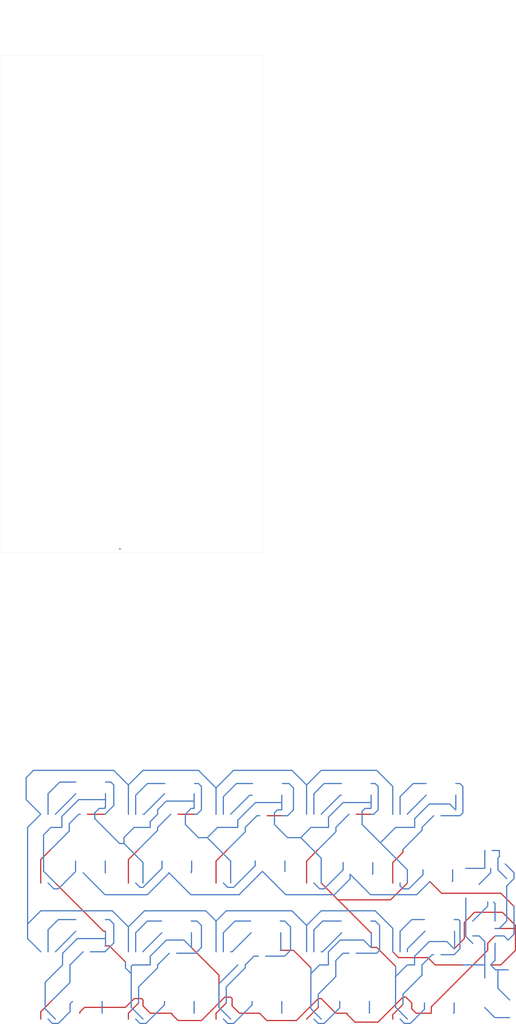
<source format=kicad_pcb>
(kicad_pcb
	(version 20240108)
	(generator "pcbnew")
	(generator_version "8.0")
	(general
		(thickness 1.6)
		(legacy_teardrops no)
	)
	(paper "A4")
	(layers
		(0 "F.Cu" signal)
		(31 "B.Cu" signal)
		(32 "B.Adhes" user "B.Adhesive")
		(33 "F.Adhes" user "F.Adhesive")
		(34 "B.Paste" user)
		(35 "F.Paste" user)
		(36 "B.SilkS" user "B.Silkscreen")
		(37 "F.SilkS" user "F.Silkscreen")
		(38 "B.Mask" user)
		(39 "F.Mask" user)
		(40 "Dwgs.User" user "User.Drawings")
		(41 "Cmts.User" user "User.Comments")
		(42 "Eco1.User" user "User.Eco1")
		(43 "Eco2.User" user "User.Eco2")
		(44 "Edge.Cuts" user)
		(45 "Margin" user)
		(46 "B.CrtYd" user "B.Courtyard")
		(47 "F.CrtYd" user "F.Courtyard")
		(48 "B.Fab" user)
		(49 "F.Fab" user)
		(50 "User.1" user)
		(51 "User.2" user)
		(52 "User.3" user)
		(53 "User.4" user)
		(54 "User.5" user)
		(55 "User.6" user)
		(56 "User.7" user)
		(57 "User.8" user)
		(58 "User.9" user)
	)
	(setup
		(stackup
			(layer "F.SilkS"
				(type "Top Silk Screen")
			)
			(layer "F.Paste"
				(type "Top Solder Paste")
			)
			(layer "F.Mask"
				(type "Top Solder Mask")
				(thickness 0.01)
			)
			(layer "F.Cu"
				(type "copper")
				(thickness 0.035)
			)
			(layer "dielectric 1"
				(type "core")
				(thickness 1.51)
				(material "FR4")
				(epsilon_r 4.5)
				(loss_tangent 0.02)
			)
			(layer "B.Cu"
				(type "copper")
				(thickness 0.035)
			)
			(layer "B.Mask"
				(type "Bottom Solder Mask")
				(thickness 0.01)
			)
			(layer "B.Paste"
				(type "Bottom Solder Paste")
			)
			(layer "B.SilkS"
				(type "Bottom Silk Screen")
			)
			(copper_finish "None")
			(dielectric_constraints no)
		)
		(pad_to_mask_clearance 0)
		(allow_soldermask_bridges_in_footprints no)
		(pcbplotparams
			(layerselection 0x00010fc_ffffffff)
			(plot_on_all_layers_selection 0x0000000_00000000)
			(disableapertmacros no)
			(usegerberextensions no)
			(usegerberattributes yes)
			(usegerberadvancedattributes yes)
			(creategerberjobfile yes)
			(dashed_line_dash_ratio 12.000000)
			(dashed_line_gap_ratio 3.000000)
			(svgprecision 4)
			(plotframeref no)
			(viasonmask no)
			(mode 1)
			(useauxorigin no)
			(hpglpennumber 1)
			(hpglpenspeed 20)
			(hpglpendiameter 15.000000)
			(pdf_front_fp_property_popups yes)
			(pdf_back_fp_property_popups yes)
			(dxfpolygonmode yes)
			(dxfimperialunits yes)
			(dxfusepcbnewfont yes)
			(psnegative no)
			(psa4output no)
			(plotreference yes)
			(plotvalue yes)
			(plotfptext yes)
			(plotinvisibletext no)
			(sketchpadsonfab no)
			(subtractmaskfromsilk no)
			(outputformat 1)
			(mirror no)
			(drillshape 0)
			(scaleselection 1)
			(outputdirectory "outputs/gerber/")
		)
	)
	(net 0 "")
	(net 1 "Net-(D1-A)")
	(net 2 "Net-(Q1-E)")
	(net 3 "+12V")
	(net 4 "GND")
	(net 5 "Net-(Q2-E)")
	(net 6 "Net-(D2-A)")
	(net 7 "Net-(D4-A)")
	(net 8 "Net-(Q4-E)")
	(net 9 "Net-(D5-A)")
	(net 10 "Net-(R2-Pad1)")
	(net 11 "Net-(R4-Pad2)")
	(net 12 "Net-(R8-Pad1)")
	(net 13 "Net-(R11-Pad1)")
	(net 14 "Net-(Q5-E)")
	(net 15 "Net-(Q7-E)")
	(net 16 "Net-(Q8-E)")
	(net 17 "Net-(Q9-E)")
	(net 18 "Net-(Q10-E)")
	(net 19 "Net-(Q11-E)")
	(net 20 "Net-(Q12-E)")
	(net 21 "Mix")
	(net 22 "Net-(D7-A)")
	(net 23 "Net-(D8-A)")
	(net 24 "Net-(D10-A)")
	(net 25 "Net-(D11-A)")
	(net 26 "Net-(D13-A)")
	(net 27 "Net-(D14-A)")
	(net 28 "Net-(D15-A)")
	(net 29 "Net-(D16-A)")
	(net 30 "Net-(D17-A)")
	(net 31 "Net-(D18-A)")
	(net 32 "Net-(D19-A)")
	(net 33 "Net-(D20-A)")
	(net 34 "Net-(D21-A)")
	(net 35 "Net-(D22-A)")
	(net 36 "Net-(D23-A)")
	(net 37 "Net-(D24-A)")
	(net 38 "Net-(R13-Pad2)")
	(net 39 "Net-(R17-Pad1)")
	(net 40 "Net-(R20-Pad1)")
	(net 41 "Net-(R22-Pad2)")
	(net 42 "Net-(R23-Pad1)")
	(net 43 "Net-(R24-Pad1)")
	(net 44 "Net-(R26-Pad1)")
	(net 45 "Net-(R27-Pad1)")
	(net 46 "Net-(R28-Pad2)")
	(net 47 "Net-(R30-Pad1)")
	(net 48 "Net-(R35-Pad1)")
	(net 49 "Net-(R37-Pad2)")
	(net 50 "Net-(R38-Pad1)")
	(net 51 "Net-(C14-Pad1)")
	(net 52 "Net-(C14-Pad2)")
	(net 53 "Net-(C15-Pad1)")
	(net 54 "Net-(C15-Pad2)")
	(net 55 "Net-(C16-Pad1)")
	(net 56 "Net-(R1-Pad1)")
	(net 57 "Net-(R5-Pad2)")
	(net 58 "Net-(R7-Pad1)")
	(net 59 "Net-(R10-Pad1)")
	(net 60 "Net-(R14-Pad2)")
	(net 61 "Net-(R16-Pad1)")
	(net 62 "Net-(R19-Pad1)")
	(net 63 "Net-(R21-Pad2)")
	(net 64 "Net-(R29-Pad2)")
	(net 65 "Net-(R31-Pad1)")
	(net 66 "Net-(R33-Pad2)")
	(net 67 "Net-(R34-Pad1)")
	(net 68 "Net-(R36-Pad2)")
	(net 69 "Net-(R39-Pad1)")
	(gr_rect
		(start 32.6 -211.9)
		(end 122.6 -41.9)
		(stroke
			(width 0.05)
			(type default)
		)
		(fill none)
		(layer "Edge.Cuts")
		(uuid "95866724-d964-4c67-866b-f3fd0e3bc55f")
	)
	(gr_circle
		(center 53.6 -196.5)
		(end 53.6 -192.6)
		(stroke
			(width 0.1)
			(type default)
		)
		(fill none)
		(layer "User.9")
		(uuid "02300189-9a9a-40cc-991b-025a88687044")
	)
	(gr_line
		(start 32.6 -41.9)
		(end 122.6 -41.9)
		(stroke
			(width 0.1)
			(type default)
		)
		(layer "User.9")
		(uuid "0fbcaa5b-e6f8-4ae4-b934-34c39a075610")
	)
	(gr_circle
		(center 42.6 -111.7)
		(end 42.6 -108.2)
		(stroke
			(width 0.1)
			(type default)
		)
		(fill none)
		(layer "User.9")
		(uuid "13b54183-fddb-4d7e-b0b5-b1f24a72a5c4")
	)
	(gr_circle
		(center 53.6 -136.5)
		(end 53.6 -132.6)
		(stroke
			(width 0.1)
			(type default)
		)
		(fill none)
		(layer "User.9")
		(uuid "19ad4a9c-7350-45f6-9922-6f4b53940ec2")
	)
	(gr_circle
		(center 100.6 -75.9)
		(end 100.6 -72)
		(stroke
			(width 0.1)
			(type default)
		)
		(fill none)
		(layer "User.9")
		(uuid "1a173d65-bdb1-4cbf-bffd-5ac8e9173649")
	)
	(gr_circle
		(center 65.6 -172.7)
		(end 65.6 -169.2)
		(stroke
			(width 0.1)
			(type default)
		)
		(fill none)
		(layer "User.9")
		(uuid "1aca521f-d5bc-4aa8-aa66-0d4e0b7cf401")
	)
	(gr_circle
		(center 53.6 -166.5)
		(end 53.6 -162.6)
		(stroke
			(width 0.1)
			(type default)
		)
		(fill none)
		(layer "User.9")
		(uuid "21a19403-7bb1-4f9f-9f10-eb02fd511529")
	)
	(gr_line
		(start 89.1 -202.7)
		(end 77.6 -202.7)
		(stroke
			(width 0.1)
			(type default)
		)
		(layer "User.9")
		(uuid "2d2bbe38-a5c5-46e3-9edf-72e14c2912c7")
	)
	(gr_circle
		(center 65.6 -202.7)
		(end 73.6 -202.7)
		(stroke
			(width 0.1)
			(type default)
		)
		(fill none)
		(layer "User.9")
		(uuid "39a487c8-f598-4e1e-8449-b13cbca48262")
	)
	(gr_circle
		(center 65.7 -142.7)
		(end 65.7 -139.2)
		(stroke
			(width 0.1)
			(type default)
		)
		(fill none)
		(layer "User.9")
		(uuid "3d89bdd4-45c0-4780-874b-fb930a55c6ee")
	)
	(gr_line
		(start 100.6 -136.5)
		(end 77.6 -136.5)
		(stroke
			(width 0.1)
			(type default)
		)
		(layer "User.9")
		(uuid "3e5eeefe-9852-4111-a9ef-e2a6e370b89c")
	)
	(gr_line
		(start 100.6 -166.5)
		(end 77.6 -166.5)
		(stroke
			(width 0.1)
			(type default)
		)
		(layer "User.9")
		(uuid "4ef45362-cf6d-4e31-a55f-07c2b8bf8697")
	)
	(gr_circle
		(center 112.6 -142.7)
		(end 112.6 -139.2)
		(stroke
			(width 0.1)
			(type default)
		)
		(fill none)
		(layer "User.9")
		(uuid "6871298b-586c-4aba-a327-3bde59417a67")
	)
	(gr_circle
		(center 53.6 -105.5)
		(end 53.6 -101.6)
		(stroke
			(width 0.1)
			(type default)
		)
		(fill none)
		(layer "User.9")
		(uuid "6d74fa7f-fad9-4c01-b073-43edbe66d8bd")
	)
	(gr_circle
		(center 89.1 -82.2)
		(end 89.1 -78.7)
		(stroke
			(width 0.1)
			(type default)
		)
		(fill none)
		(layer "User.9")
		(uuid "6fdabc9c-59b9-410d-a027-643624af9f6f")
	)
	(gr_circle
		(center 100.6 -166.5)
		(end 100.6 -162.6)
		(stroke
			(width 0.1)
			(type default)
		)
		(fill none)
		(layer "User.9")
		(uuid "7481d734-d446-417e-be28-f6cac8e6285b")
	)
	(gr_line
		(start 100.6 -105.4)
		(end 77.6 -105.4)
		(stroke
			(width 0.1)
			(type default)
		)
		(layer "User.9")
		(uuid "7682bb9e-e554-410c-bdb4-b0bb38f69136")
	)
	(gr_line
		(start 100.2 -50.7)
		(end 77.6 -50.7)
		(stroke
			(width 0.1)
			(type default)
		)
		(layer "User.9")
		(uuid "7ad222af-0a22-49b7-a8d5-5ee121b44cc5")
	)
	(gr_line
		(start 122.6 -211.9)
		(end 77.6 -211.9)
		(stroke
			(width 0.1)
			(type default)
		)
		(layer "User.9")
		(uuid "7b04240f-751c-427b-8be9-146933ead003")
	)
	(gr_circle
		(center 53.6 -76)
		(end 53.6 -72.1)
		(stroke
			(width 0.1)
			(type default)
		)
		(fill none)
		(layer "User.9")
		(uuid "8059cb7a-7370-4c90-879a-19c6af2c8afb")
	)
	(gr_circle
		(center 42.6 -172.7)
		(end 42.6 -169.2)
		(stroke
			(width 0.1)
			(type default)
		)
		(fill none)
		(layer "User.9")
		(uuid "8623fd9e-4dc2-4c6c-a103-bb082678f594")
	)
	(gr_circle
		(center 112.6 -111.7)
		(end 112.6 -108.2)
		(stroke
			(width 0.1)
			(type default)
		)
		(fill none)
		(layer "User.9")
		(uuid "8a03efe6-cfcc-4888-b680-7f5878cee9bd")
	)
	(gr_circle
		(center 112.6 -202.7)
		(end 112.6 -199.2)
		(stroke
			(width 0.1)
			(type default)
		)
		(fill none)
		(layer "User.9")
		(uuid "904a3e1a-9af2-48ca-a17f-c48d3a324c2d")
	)
	(gr_circle
		(center 100.6 -196.7)
		(end 100.6 -192.8)
		(stroke
			(width 0.1)
			(type default)
		)
		(fill none)
		(layer "User.9")
		(uuid "9158a9cc-f6be-4031-8750-2c5c192d8f09")
	)
	(gr_circle
		(center 65.6 -111.7)
		(end 65.6 -108.2)
		(stroke
			(width 0.1)
			(type default)
		)
		(fill none)
		(layer "User.9")
		(uuid "924acbf1-2c46-4f62-96b8-79e2b8e7f9a3")
	)
	(gr_line
		(start 77.6 -41.9)
		(end 77.6 -211.9)
		(stroke
			(width 0.1)
			(type default)
		)
		(layer "User.9")
		(uuid "977778b1-2587-4f89-be24-aaf2806ee622")
	)
	(gr_line
		(start 85.6 -172.8)
		(end 77.6 -172.8)
		(stroke
			(width 0.1)
			(type default)
		)
		(layer "User.9")
		(uuid "99af3501-9f27-4104-8396-abed33876a24")
	)
	(gr_circle
		(center 89.1 -142.7)
		(end 89.1 -139.2)
		(stroke
			(width 0.1)
			(type default)
		)
		(fill none)
		(layer "User.9")
		(uuid "9bbe8ef4-b8c7-482a-b275-7bf032ad4faf")
	)
	(gr_circle
		(center 42.6 -82.3)
		(end 42.6 -78.8)
		(stroke
			(width 0.1)
			(type default)
		)
		(fill none)
		(layer "User.9")
		(uuid "a6beff10-fbf6-4699-8607-2f5488604b7d")
	)
	(gr_line
		(start 100.6 -75.9)
		(end 77.6 -75.9)
		(stroke
			(width 0.1)
			(type default)
		)
		(layer "User.9")
		(uuid "a7367590-4367-4ddd-af32-a89118e57540")
	)
	(gr_circle
		(center 100.6 -136.5)
		(end 100.6 -132.6)
		(stroke
			(width 0.1)
			(type default)
		)
		(fill none)
		(layer "User.9")
		(uuid "acbb1449-5c85-4c2b-905e-f919e07a3fc9")
	)
	(gr_circle
		(center 65.6 -202.7)
		(end 65.6 -199.2)
		(stroke
			(width 0.1)
			(type default)
		)
		(fill none)
		(layer "User.9")
		(uuid "b135354d-8b01-444e-b1a2-76e53b8f6557")
	)
	(gr_circle
		(center 100.2 -50.7)
		(end 103.5 -50.6)
		(stroke
			(width 0.1)
			(type default)
		)
		(fill none)
		(layer "User.9")
		(uuid "b92f8c0b-a992-46a1-b9b2-286bfde52720")
	)
	(gr_line
		(start 89.1 -111.7)
		(end 77.6 -111.7)
		(stroke
			(width 0.1)
			(type default)
		)
		(layer "User.9")
		(uuid "bb22b938-cc86-4f14-a296-6bcabc554f43")
	)
	(gr_circle
		(center 89.1 -172.8)
		(end 89.1 -169.3)
		(stroke
			(width 0.1)
			(type default)
		)
		(fill none)
		(layer "User.9")
		(uuid "bbd05500-dd81-42f1-ba94-d79eae2e57ea")
	)
	(gr_circle
		(center 42.6 -202.7)
		(end 42.6 -199.2)
		(stroke
			(width 0.1)
			(type default)
		)
		(fill none)
		(layer "User.9")
		(uuid "c35526e2-e688-4e76-889f-c4994d90bb4e")
	)
	(gr_circle
		(center 89.1 -202.7)
		(end 89.1 -199.2)
		(stroke
			(width 0.1)
			(type default)
		)
		(fill none)
		(layer "User.9")
		(uuid "c7e3819a-98f2-49a0-9dfd-c35d49cb8357")
	)
	(gr_line
		(start 65.6 -206.2)
		(end 65.6 -199.2)
		(stroke
			(width 0.1)
			(type default)
		)
		(layer "User.9")
		(uuid "ca19371e-b812-4982-9348-8102a9ca4ccd")
	)
	(gr_circle
		(center 89.1 -111.7)
		(end 89.1 -108.2)
		(stroke
			(width 0.1)
			(type default)
		)
		(fill none)
		(layer "User.9")
		(uuid "d613ce6a-654d-4034-9740-6877f78ece9c")
	)
	(gr_line
		(start 89.1 -142.7)
		(end 77.6 -142.7)
		(stroke
			(width 0.1)
			(type default)
		)
		(layer "User.9")
		(uuid "d62ad261-8afa-42bf-b097-2c5ebda40da9")
	)
	(gr_line
		(start 89.1 -82.2)
		(end 77.6 -82.2)
		(stroke
			(width 0.1)
			(type default)
		)
		(layer "User.9")
		(uuid "d79f2dfd-1903-4aac-b30f-2f451b6894ca")
	)
	(gr_line
		(start 32.6 -211.9)
		(end 122.6 -211.9)
		(stroke
			(width 0.1)
			(type default)
		)
		(layer "User.9")
		(uuid "e37565bd-311c-4e05-a58c-44a992bfe61f")
	)
	(gr_circle
		(center 112.6 -82.2)
		(end 112.6 -78.7)
		(stroke
			(width 0.1)
			(type default)
		)
		(fill none)
		(layer "User.9")
		(uuid "e7d0c0d6-816f-4782-bc2c-0090ab596319")
	)
	(gr_circle
		(center 100.6 -105.4)
		(end 100.6 -101.5)
		(stroke
			(width 0.1)
			(type default)
		)
		(fill none)
		(layer "User.9")
		(uuid "e81cd25a-8ddf-4579-b0cf-f51f896cc49f")
	)
	(gr_circle
		(center 42.6 -142.7)
		(end 42.6 -139.2)
		(stroke
			(width 0.1)
			(type default)
		)
		(fill none)
		(layer "User.9")
		(uuid "ea873fd1-8148-44dc-accd-8a09c0fee5fd")
	)
	(gr_circle
		(center 112.6 -172.7)
		(end 112.6 -169.2)
		(stroke
			(width 0.1)
			(type default)
		)
		(fill none)
		(layer "User.9")
		(uuid "ea876943-8bb8-4240-b56a-611922aa9936")
	)
	(gr_circle
		(center 65.6 -82.2)
		(end 65.6 -78.7)
		(stroke
			(width 0.1)
			(type default)
		)
		(fill none)
		(layer "User.9")
		(uuid "f02d2f9c-e551-4836-ae0c-1edb8f8290b0")
	)
	(gr_line
		(start 100.6 -196.7)
		(end 77.6 -196.7)
		(stroke
			(width 0.1)
			(type default)
		)
		(layer "User.9")
		(uuid "f69e0292-0231-41b5-a146-95fdc5d4afb2")
	)
	(dimension
		(type aligned)
		(layer "User.9")
		(uuid "44d3e163-ddc1-4945-8e59-810680126eab")
		(pts
			(xy 89.1 -202.7) (xy 77.6 -202.7)
		)
		(height 13.9)
		(gr_text "11.5000 mm"
			(at 83.35 -217.75 0)
			(layer "User.9")
			(uuid "44d3e163-ddc1-4945-8e59-810680126eab")
			(effects
				(font
					(size 1 1)
					(thickness 0.15)
				)
			)
		)
		(format
			(prefix "")
			(suffix "")
			(units 3)
			(units_format 1)
			(precision 4)
		)
		(style
			(thickness 0.1)
			(arrow_length 1.27)
			(text_position_mode 0)
			(extension_height 0.58642)
			(extension_offset 0.5) keep_text_aligned)
	)
	(dimension
		(type aligned)
		(layer "User.9")
		(uuid "47b6a364-4b93-40bc-82ac-4900a68eec2b")
		(pts
			(xy 112.6 -202.7) (xy 77.6 -202.7)
		)
		(height 21.899999)
		(gr_text "35.0000 mm"
			(at 95.1 -225.749999 0)
			(layer "User.9")
			(uuid "47b6a364-4b93-40bc-82ac-4900a68eec2b")
			(effects
				(font
					(size 1 1)
					(thickness 0.15)
				)
			)
		)
		(format
			(prefix "")
			(suffix "")
			(units 3)
			(units_format 1)
			(precision 4)
		)
		(style
			(thickness 0.1)
			(arrow_length 1.27)
			(text_position_mode 0)
			(extension_height 0.58642)
			(extension_offset 0.5) keep_text_aligned)
	)
	(dimension
		(type aligned)
		(layer "User.9")
		(uuid "555e99c2-927a-4f55-866e-68e6310c9f8a")
		(pts
			(xy 77.6 -75.9) (xy 77.6 -126.9)
		)
		(height 3.7)
		(gr_text "51.0000 mm"
			(at 80.15 -101.4 90)
			(layer "User.9")
			(uuid "555e99c2-927a-4f55-866e-68e6310c9f8a")
			(effects
				(font
					(size 1 1)
					(thickness 0.15)
				)
			)
		)
		(format
			(prefix "")
			(suffix "")
			(units 3)
			(units_format 1)
			(precision 4)
		)
		(style
			(thickness 0.1)
			(arrow_length 1.27)
			(text_position_mode 0)
			(extension_height 0.58642)
			(extension_offset 0.5) keep_text_aligned)
	)
	(dimension
		(type aligned)
		(layer "User.9")
		(uuid "6e595933-667b-4888-a465-211050e1027f")
		(pts
			(xy 77.6 -50.7) (xy 77.6 -126.9)
		)
		(height 7.2)
		(gr_text "76.2000 mm"
			(at 83.65 -88.8 90)
			(layer "User.9")
			(uuid "6e595933-667b-4888-a465-211050e1027f")
			(effects
				(font
					(size 1 1)
					(thickness 0.15)
				)
			)
		)
		(format
			(prefix "")
			(suffix "")
			(units 3)
			(units_format 1)
			(precision 4)
		)
		(style
			(thickness 0.1)
			(arrow_length 1.27)
			(text_position_mode 0)
			(extension_height 0.58642)
			(extension_offset 0.5) keep_text_aligned)
	)
	(dimension
		(type aligned)
		(layer "User.9")
		(uuid "706fa722-44a4-4040-8920-e0a7545a6a8b")
		(pts
			(xy 100.2 -50.7) (xy 77.6 -50.7)
		)
		(height -5.3)
		(gr_text "22.6000 mm"
			(at 88.9 -46.55 0)
			(layer "User.9")
			(uuid "706fa722-44a4-4040-8920-e0a7545a6a8b")
			(effects
				(font
					(size 1 1)
					(thickness 0.15)
				)
			)
		)
		(format
			(prefix "")
			(suffix "")
			(units 3)
			(units_format 1)
			(precision 4)
		)
		(style
			(thickness 0.1)
			(arrow_length 1.27)
			(text_position_mode 0)
			(extension_height 0.58642)
			(extension_offset 0.5) keep_text_aligned)
	)
	(dimension
		(type aligned)
		(layer "User.9")
		(uuid "89a20494-6631-4a03-a945-711101210b1b")
		(pts
			(xy 77.6 -126.9) (xy 77.6 -82.2)
		)
		(height 4)
		(gr_text "44.7000 mm"
			(at 72.45 -104.55 90)
			(layer "User.9")
			(uuid "89a20494-6631-4a03-a945-711101210b1b")
			(effects
				(font
					(size 1 1)
					(thickness 0.15)
				)
			)
		)
		(format
			(prefix "")
			(suffix "")
			(units 3)
			(units_format 1)
			(precision 4)
		)
		(style
			(thickness 0.1)
			(arrow_length 1.27)
			(text_position_mode 0)
			(extension_height 0.58642)
			(extension_offset 0.5) keep_text_aligned)
	)
	(dimension
		(type aligned)
		(layer "User.9")
		(uuid "98356316-8fe6-4f76-b9a5-d5e8a3a051e5")
		(pts
			(xy 122.6 -211.9) (xy 77.6 -211.9)
		)
		(height 16.9)
		(gr_text "45.0000 mm"
			(at 100.1 -229.95 0)
			(layer "User.9")
			(uuid "98356316-8fe6-4f76-b9a5-d5e8a3a051e5")
			(effects
				(font
					(size 1 1)
					(thickness 0.15)
				)
			)
		)
		(format
			(prefix "")
			(suffix "")
			(units 3)
			(units_format 1)
			(precision 4)
		)
		(style
			(thickness 0.1)
			(arrow_length 1.27)
			(text_position_mode 0)
			(extension_height 0.58642)
			(extension_offset 0.5) keep_text_aligned)
	)
	(dimension
		(type aligned)
		(layer "User.9")
		(uuid "ccc92d47-9c6d-4fef-9ab6-33511774d6f0")
		(pts
			(xy 100.6 -196.7) (xy 77.6 -196.7)
		)
		(height 24.2)
		(gr_text "23.0000 mm"
			(at 89.1 -222.05 0)
			(layer "User.9")
			(uuid "ccc92d47-9c6d-4fef-9ab6-33511774d6f0")
			(effects
				(font
					(size 1 1)
					(thickness 0.15)
				)
			)
		)
		(format
			(prefix "")
			(suffix "")
			(units 3)
			(units_format 1)
			(precision 4)
		)
		(style
			(thickness 0.1)
			(arrow_length 1.27)
			(text_position_mode 0)
			(extension_height 0.58642)
			(extension_offset 0.5) keep_text_aligned)
	)
	(segment
		(start 46.5 63)
		(end 46.5 71)
		(width 0.4)
		(layer "F.Cu")
		(net 1)
		(uuid "44c876da-0c5c-49b5-8300-313a4d8fca33")
	)
	(segment
		(start 50 59.5)
		(end 46.5 63)
		(width 0.4)
		(layer "F.Cu")
		(net 1)
		(uuid "aeef883c-2140-4aff-a947-e82298a792d0")
	)
	(segment
		(start 59.5 47.5)
		(end 56.268872 50.731128)
		(width 0.4)
		(layer "B.Cu")
		(net 1)
		(uuid "0d17d00e-0c49-426e-bbaf-5c601d49544d")
	)
	(segment
		(start 56.268872 53.231128)
		(end 56.268872 52)
		(width 0.4)
		(layer "B.Cu")
		(net 1)
		(uuid "365754c9-6780-45b7-926d-fa2c07a1791e")
	)
	(segment
		(start 56.268872 50.731128)
		(end 56.268872 52)
		(width 0.4)
		(layer "B.Cu")
		(net 1)
		(uuid "5a38bb59-4b0f-4620-885a-4d31b152fcd9")
	)
	(segment
		(start 60 47.5)
		(end 59.5 47.5)
		(width 0.4)
		(layer "B.Cu")
		(net 1)
		(uuid "ad1ac351-783d-4eb8-be9c-541b894de1ad")
	)
	(segment
		(start 50 59.5)
		(end 56.268872 53.231128)
		(width 0.4)
		(layer "B.Cu")
		(net 1)
		(uuid "dc2b21e4-a51d-41f5-9424-710a3de972a5")
	)
	(segment
		(start 68.5 47.5)
		(end 62.5 47.5)
		(width 0.4)
		(layer "F.Cu")
		(net 2)
		(uuid "a9c056a3-b378-4897-9c65-466072a1696f")
	)
	(segment
		(start 68.66 36.5)
		(end 70.5 36.5)
		(width 0.4)
		(layer "B.Cu")
		(net 2)
		(uuid "718f426d-cfff-4160-8330-9d707c37da0d")
	)
	(segment
		(start 71.5 44.5)
		(end 68.5 47.5)
		(width 0.4)
		(layer "B.Cu")
		(net 2)
		(uuid "7610a9f1-5cfb-4b80-a504-302133a7ff9c")
	)
	(segment
		(start 71.5 37.5)
		(end 71.5 44.5)
		(width 0.4)
		(layer "B.Cu")
		(net 2)
		(uuid "c58d71ad-0b4c-4b43-b1b5-341cb1eb5693")
	)
	(segment
		(start 70.5 36.5)
		(end 71.5 37.5)
		(width 0.4)
		(layer "B.Cu")
		(net 2)
		(uuid "e83675aa-c6e9-416e-9512-eb70297f5ec8")
	)
	(segment
		(start 181.5 99)
		(end 179 96.5)
		(width 0.4)
		(layer "F.Cu")
		(net 3)
		(uuid "0a591154-d489-41c9-a684-80f5869ee0ba")
	)
	(segment
		(start 179 96.5)
		(end 169 96.5)
		(width 0.4)
		(layer "F.Cu")
		(net 3)
		(uuid "798115bd-3f66-4283-bc4f-5282f8b13da6")
	)
	(segment
		(start 191 99)
		(end 181.5 99)
		(width 0.4)
		(layer "F.Cu")
		(net 3)
		(uuid "79e7469b-0228-42b1-8355-8fd6b46231d7")
	)
	(segment
		(start 169 96.5)
		(end 167 94.5)
		(width 0.4)
		(layer "F.Cu")
		(net 3)
		(uuid "fe092f43-91a6-4178-a554-f8cb81b14406")
	)
	(segment
		(start 106.5 38.5)
		(end 106.5 47.5)
		(width 0.4)
		(layer "B.Cu")
		(net 3)
		(uuid "02ce7bc3-c8df-4127-90c9-6e4c79d79c24")
	)
	(segment
		(start 137.5 85.5)
		(end 142.5 80.5)
		(width 0.4)
		(layer "B.Cu")
		(net 3)
		(uuid "1635cf6f-5fb3-4d15-b704-9384504e1386")
	)
	(segment
		(start 46.5 80.5)
		(end 71 80.5)
		(width 0.4)
		(layer "B.Cu")
		(net 3)
		(uuid "164b1de4-1bf1-49fc-a8d7-6dd089137013")
	)
	(segment
		(start 76.5 86)
		(end 76.5 94.5)
		(width 0.4)
		(layer "B.Cu")
		(net 3)
		(uuid "2a1930eb-209a-4341-9e58-e7fca90ebd65")
	)
	(segment
		(start 42 52)
		(end 42 85)
		(width 0.4)
		(layer "B.Cu")
		(net 3)
		(uuid "39432da7-b4d3-487f-b685-b4409d81aacf")
	)
	(segment
		(start 71 80.5)
		(end 76.5 86)
		(width 0.4)
		(layer "B.Cu")
		(net 3)
		(uuid "3bb30322-c045-45a0-aecb-7000d4b994f6")
	)
	(segment
		(start 76.5 37.5)
		(end 81.5 32.5)
		(width 0.4)
		(layer "B.Cu")
		(net 3)
		(uuid "3e8c2a46-281f-4b3b-a9ca-403b768b8034")
	)
	(segment
		(start 76.5 86)
		(end 82 80.5)
		(width 0.4)
		(layer "B.Cu")
		(net 3)
		(uuid "51a44d2c-abc0-4623-8bb0-254c49613908")
	)
	(segment
		(start 207 117)
		(end 201.92 117)
		(width 0.4)
		(layer "B.Cu")
		(net 3)
		(uuid "5924e2f5-dc53-4965-8a6a-059733bb8c65")
	)
	(segment
		(start 106.5 84)
		(end 110 80.5)
		(width 0.4)
		(layer "B.Cu")
		(net 3)
		(uuid "5e21ba5d-e71d-4644-ba59-c2fff77446e8")
	)
	(segment
		(start 42 85)
		(end 46.5 80.5)
		(width 0.4)
		(layer "B.Cu")
		(net 3)
		(uuid "5ee40384-0aa8-412b-a961-4600192e60c7")
	)
	(segment
		(start 76.5 37.5)
		(end 76.5 47.5)
		(width 0.4)
		(layer "B.Cu")
		(net 3)
		(uuid "65f1a278-4a5e-46e2-a01b-08ae8252466b")
	)
	(segment
		(start 137.5 85.5)
		(end 137.5 94.5)
		(width 0.4)
		(layer "B.Cu")
		(net 3)
		(uuid "7049089e-4320-40f3-8c9c-dd7549f36efb")
	)
	(segment
		(start 196.58 89.08)
		(end 198.5 91)
		(width 0.4)
		(layer "B.Cu")
		(net 3)
		(uuid "70adedb8-c8e5-4c8a-83eb-b7c5283b2114")
	)
	(segment
		(start 167 38)
		(end 167 47.5)
		(width 0.4)
		(layer "B.Cu")
		(net 3)
		(uuid "7148c281-420e-445d-b5dc-b8d992a47b00")
	)
	(segment
		(start 132.5 32.5)
		(end 137.5 37.5)
		(width 0.4)
		(layer "B.Cu")
		(net 3)
		(uuid "72d52f76-4d04-43b4-9986-2a0b836c1bce")
	)
	(segment
		(start 106.5 84)
		(end 106.5 94.5)
		(width 0.4)
		(layer "B.Cu")
		(net 3)
		(uuid "84584af9-b2a9-400d-ac86-3838dfc493d6")
	)
	(segment
		(start 106.5 38.5)
		(end 112.5 32.5)
		(width 0.4)
		(layer "B.Cu")
		(net 3)
		(uuid "8bb1e100-c2cd-406c-8482-38d1e76cd3eb")
	)
	(segment
		(start 137.5 37.5)
		(end 137.5 47.5)
		(width 0.4)
		(layer "B.Cu")
		(net 3)
		(uuid "8deba7dd-c05e-4f5f-9e62-075544cb7cc9")
	)
	(segment
		(start 41.5 42.5)
		(end 41.5 35)
		(width 0.4)
		(layer "B.Cu")
		(net 3)
		(uuid "9121613e-f07f-4759-9778-73b929239ff4")
	)
	(segment
		(start 142.5 32.5)
		(end 161.5 32.5)
		(width 0.4)
		(layer "B.Cu")
		(net 3)
		(uuid "9d64a457-397f-4e0f-9bad-e13d2a271e1a")
	)
	(segment
		(start 110 80.5)
		(end 132.5 80.5)
		(width 0.4)
		(layer "B.Cu")
		(net 3)
		(uuid "a1b13529-705e-45d3-ba39-711a2255614d")
	)
	(segment
		(start 137.5 37.5)
		(end 142.5 32.5)
		(width 0.4)
		(layer "B.Cu")
		(net 3)
		(uuid "a5a3fc73-e89c-4236-be0e-f0c6888bccb6")
	)
	(segment
		(start 198.5 91)
		(end 198.5 99)
		(width 0.4)
		(layer "B.Cu")
		(net 3)
		(uuid "a8303bc6-11c3-4a36-b91b-fe110450099c")
	)
	(segment
		(start 41.5 35)
		(end 44 32.5)
		(width 0.4)
		(layer "B.Cu")
		(net 3)
		(uuid "aaf1acb8-7da6-4eca-85d0-48456b7de8cf")
	)
	(segment
		(start 42 85)
		(end 42 90)
		(width 0.4)
		(layer "B.Cu")
		(net 3)
		(uuid "abefad05-6ac7-491b-a4d6-816b8512c78e")
	)
	(segment
		(start 71.5 32.5)
		(end 76.5 37.5)
		(width 0.4)
		(layer "B.Cu")
		(net 3)
		(uuid "aff0414b-b1f7-4cf7-91f0-eefd42a94cdb")
	)
	(segment
		(start 161.5 32.5)
		(end 167 38)
		(width 0.4)
		(layer "B.Cu")
		(net 3)
		(uuid "b7ffd15e-97db-4e46-9366-9e2bb14df1ca")
	)
	(segment
		(start 46.5 47.5)
		(end 41.5 42.5)
		(width 0.4)
		(layer "B.Cu")
		(net 3)
		(uuid "b8ea39ef-b5c2-42b4-945c-b144efecb683")
	)
	(segment
		(start 132.5 80.5)
		(end 137.5 85.5)
		(width 0.4)
		(layer "B.Cu")
		(net 3)
		(uuid "ba0fd995-90f4-4989-a356-49b8bb5abf1b")
	)
	(segment
		(start 198.5 99)
		(end 191 99)
		(width 0.4)
		(layer "B.Cu")
		(net 3)
		(uuid "bb3a6964-4566-4785-bb6e-563faad38473")
	)
	(segment
		(start 198.5 103.42)
		(end 198.5 99)
		(width 0.4)
		(layer "B.Cu")
		(net 3)
		(uuid "bbfdb9c1-3391-4def-aafa-925c2914b64e")
	)
	(segment
		(start 44 32.5)
		(end 71.5 32.5)
		(width 0.4)
		(layer "B.Cu")
		(net 3)
		(uuid "bd227f66-d677-4f9a-897b-232e905b4970")
	)
	(segment
		(start 100.5 32.5)
		(end 106.5 38.5)
		(width 0.4)
		(layer "B.Cu")
		(net 3)
		(uuid "c2c76ccf-a149-4959-b6e3-7c1c858520ce")
	)
	(segment
		(start 42 90)
		(end 46.5 94.5)
		(width 0.4)
		(layer "B.Cu")
		(net 3)
		(uuid "c6947691-9d28-4154-8347-693d777ea601")
	)
	(segment
		(start 112.5 32.5)
		(end 132.5 32.5)
		(width 0.4)
		(layer "B.Cu")
		(net 3)
		(uuid "c748e29a-d781-4736-be2b-2746d01a3852")
	)
	(segment
		(start 167 86.5)
		(end 167 94.5)
		(width 0.4)
		(layer "B.Cu")
		(net 3)
		(uuid "cc874b20-d0ca-493a-aa9a-10b88f5643bf")
	)
	(segment
		(start 161 80.5)
		(end 167 86.5)
		(width 0.4)
		(layer "B.Cu")
		(net 3)
		(uuid "cd744feb-8b6a-48c7-a209-5dbcddabfce5")
	)
	(segment
		(start 103 80.5)
		(end 106.5 84)
		(width 0.4)
		(layer "B.Cu")
		(net 3)
		(uuid "d7509157-247e-474e-b8e7-3a2386a066fa")
	)
	(segment
		(start 82 80.5)
		(end 103 80.5)
		(width 0.4)
		(layer "B.Cu")
		(net 3)
		(uuid "d87ecda1-9ec8-4931-ae1a-8392be23d9ab")
	)
	(segment
		(start 142.5 80.5)
		(end 161 80.5)
		(width 0.4)
		(layer "B.Cu")
		(net 3)
		(uuid "da81a037-37b0-405d-9109-06b11ebc9032")
	)
	(segment
		(start 194.38 89.08)
		(end 196.58 89.08)
		(width 0.4)
		(layer "B.Cu")
		(net 3)
		(uuid "e3e8e362-8ccd-4d82-bcfc-dfd4505f72c4")
	)
	(segment
		(start 201.92 117)
		(end 198.5 113.58)
		(width 0.4)
		(layer "B.Cu")
		(net 3)
		(uuid "eb669d06-508c-4754-8fa9-c922d6a9a6de")
	)
	(segment
		(start 81.5 32.5)
		(end 100.5 32.5)
		(width 0.4)
		(layer "B.Cu")
		(net 3)
		(uuid "f1b70acd-1a37-4246-9788-c7bafd814d0f")
	)
	(segment
		(start 46.5 47.5)
		(end 42 52)
		(width 0.4)
		(layer "B.Cu")
		(net 3)
		(uuid "fa241aa6-84ac-4b11-8ba8-1b6978e0af5a")
	)
	(segment
		(start 148.25 76.75)
		(end 159.5 88)
		(width 0.4)
		(layer "F.Cu")
		(net 4)
		(uuid "0625b744-9409-4dd4-ad1c-ca2fc92e5e8c")
	)
	(segment
		(start 209 94)
		(end 209 86.5)
		(width 0.4)
		(layer "F.Cu")
		(net 4)
		(uuid "324ef7f0-14cd-4fd3-8d08-3770ca25f323")
	)
	(segment
		(start 142.5 71)
		(end 148.25 76.75)
		(width 0.4)
		(layer "F.Cu")
		(net 4)
		(uuid "41f6c222-cbe0-4ef1-9420-6dbdb46bbd0f")
	)
	(segment
		(start 98 93)
		(end 107.5 102.5)
		(width 0.4)
		(layer "F.Cu")
		(net 4)
		(uuid "5dfcdf40-78c9-41ec-9e7e-179a0a9c1dfe")
	)
	(segment
		(start 161.5 93)
		(end 168 99.5)
		(width 0.4)
		(layer "F.Cu")
		(net 4)
		(uuid "6d71ef89-b742-41a1-87c3-e429e396cffc")
	)
	(segment
		(start 204 99)
		(end 209 94)
		(width 0.4)
		(layer "F.Cu")
		(net 4)
		(uuid "782a864e-384b-4a9e-8e68-0e11eaa381b7")
	)
	(segment
		(start 159.5 93)
		(end 161.5 93)
		(width 0.4)
		(layer "F.Cu")
		(net 4)
		(uuid "7e18155f-5882-416d-981e-8aafadf474a4")
	)
	(segment
		(start 209 86.5)
		(end 209 85.5)
		(width 0.4)
		(layer "F.Cu")
		(net 4)
		(uuid "859d3d7e-ab7b-4e6a-90de-984e07adf171")
	)
	(segment
		(start 107.5 102.5)
		(end 107.5 109.5)
		(width 0.4)
		(layer "F.Cu")
		(net 4)
		(uuid "87100795-eb3c-4f9b-88f8-5042aee8843a")
	)
	(segment
		(start 208.96 86.54)
		(end 209 86.5)
		(width 0.4)
		(layer "F.Cu")
		(net 4)
		(uuid "87f7f339-9303-417a-b8f5-28b1e4bd90a4")
	)
	(segment
		(start 200.5 99)
		(end 204 99)
		(width 0.4)
		(layer "F.Cu")
		(net 4)
		(uuid "97a9bce4-672d-4cbd-ba99-3ea6e30eea42")
	)
	(segment
		(start 166.25 76.75)
		(end 148.25 76.75)
		(width 0.4)
		(layer "F.Cu")
		(net 4)
		(uuid "9b2216f3-2f53-45f2-b670-7aca4cac8f85")
	)
	(segment
		(start 128.5 94)
		(end 133 94)
		(width 0.4)
		(layer "F.Cu")
		(net 4)
		(uuid "9eee0f16-5f04-4e96-b4c8-5bbe3e4b0fd5")
	)
	(segment
		(start 204.5 81)
		(end 195 81)
		(width 0.4)
		(layer "F.Cu")
		(net 4)
		(uuid "9f225431-fb78-444a-b3d8-d549d65cdd02")
	)
	(segment
		(start 172 71)
		(end 166.25 76.75)
		(width 0.4)
		(layer "F.Cu")
		(net 4)
		(uuid "a0efa719-97d6-4c2f-b406-29d956726adf")
	)
	(segment
		(start 159.5 88)
		(end 159.66 88)
		(width 0.4)
		(layer "F.Cu")
		(net 4)
		(uuid "a1ed64af-c034-41d5-b01e-80b7fa25558c")
	)
	(segment
		(start 133 94)
		(end 139 100)
		(width 0.4)
		(layer "F.Cu")
		(net 4)
		(uuid "a76f65b8-53e9-4c11-8d87-001e8c232d25")
	)
	(segment
		(start 191.5 84.5)
		(end 191.5 90)
		(width 0.4)
		(layer "F.Cu")
		(net 4)
		(uuid "ad725627-5c37-4e1c-a176-fc11ed826b45")
	)
	(segment
		(start 68 87.5)
		(end 68.66 87.5)
		(width 0.4)
		(layer "F.Cu")
		(net 4)
		(uuid "bd55e8eb-6f9f-4507-89f2-7a362684d5c2")
	)
	(segment
		(start 68.5 92.5)
		(end 70 92.5)
		(width 0.4)
		(layer "F.Cu")
		(net 4)
		(uuid "c42eb2b3-ad90-4370-8423-f583bf345b3e")
	)
	(segment
		(start 209 85.5)
		(end 204.5 81)
		(width 0.4)
		(layer "F.Cu")
		(net 4)
		(uuid "c7b91793-4c9d-47e7-9955-e3208612ae51")
	)
	(segment
		(start 191.5 90)
		(end 188 93.5)
		(width 0.4)
		(layer "F.Cu")
		(net 4)
		(uuid "c982187f-3053-4de0-907f-79f04b244b3f")
	)
	(segment
		(start 51.5 71)
		(end 68 87.5)
		(width 0.4)
		(layer "F.Cu")
		(net 4)
		(uuid "d5322c47-966e-4734-b73b-b2369d50bb77")
	)
	(segment
		(start 202 86.54)
		(end 208.96 86.54)
		(width 0.4)
		(layer "F.Cu")
		(net 4)
		(uuid "d9f5b9a6-8335-4a7b-9d4e-5daa7e31a7cc")
	)
	(segment
		(start 195 81)
		(end 191.5 84.5)
		(width 0.4)
		(layer "F.Cu")
		(net 4)
		(uuid "f1626658-bd20-464e-9ceb-83114ca3b7d7")
	)
	(segment
		(start 70 92.5)
		(end 75.5 98)
		(width 0.4)
		(layer "F.Cu")
		(net 4)
		(uuid "f1ab7a60-9c40-465d-83f5-478dc6596739")
	)
	(segment
		(start 47.46 66.96)
		(end 51.5 71)
		(width 0.4)
		(layer "B.Cu")
		(net 4)
		(uuid "0014d715-5999-4696-82c5-540f3418b6d2")
	)
	(segment
		(start 99 45.5)
		(end 98 45.5)
		(width 0.4)
		(layer "B.Cu")
		(net 4)
		(uuid "01a681dd-54ce-477e-b996-8e88dd804e36")
	)
	(segment
		(start 54 95)
		(end 54 96)
		(width 0.4)
		(layer "B.Cu")
		(net 4)
		(uuid "0243ee06-a168-4da1-8f66-7717ec103db0")
	)
	(segment
		(start 128.66 93.84)
		(end 128.5 94)
		(width 0.4)
		(layer "B.Cu")
		(net 4)
		(uuid "037549e5-d9ae-4b2e-9823-0a5d4ddabb95")
	)
	(segment
		(start 203 107)
		(end 203 100.66)
		(width 0.4)
		(layer "B.Cu")
		(net 4)
		(uuid "046c2fd9-a313-411d-9527-d12ec713f294")
	)
	(segment
		(start 53.96 99)
		(end 48 104.96)
		(width 0.4)
		(layer "B.Cu")
		(net 4)
		(uuid "06ef99e8-7660-4a69-b5f4-4676f9f668e8")
	)
	(segment
		(start 50 52)
		(end 47.46 54.54)
		(width 0.4)
		(layer "B.Cu")
		(net 4)
		(uuid "08513361-ae56-474a-a253-6618d2490e99")
	)
	(segment
		(start 141.96 99)
		(end 138.96 102)
		(width 0.4)
		(layer "B.Cu")
		(net 4)
		(uuid "0928eab2-3bf8-4235-9769-0e428c3c3235")
	)
	(segment
		(start 77.46 102)
		(end 77.46 113.46)
		(width 0.4)
		(layer "B.Cu")
		(net 4)
		(uuid "09f2101a-d593-4418-b469-85f873f28b75")
	)
	(segment
		(start 206.5 100.66)
		(end 203 100.66)
		(width 0.4)
		(layer "B.Cu")
		(net 4)
		(uuid "0c3bac59-da32-4e75-bbb9-791da2de8abe")
	)
	(segment
		(start 188.5 46)
		(end 186.5 44)
		(width 0.4)
		(layer "B.Cu")
		(net 4)
		(uuid "0d52d104-3492-4c0e-9392-45cc280a3748")
	)
	(segment
		(start 95.5 90.5)
		(end 89.5 90.5)
		(width 0.4)
		(layer "B.Cu")
		(net 4)
		(uuid "1085a96f-a313-40b6-aa0b-5eaced5d0163")
	)
	(segment
		(start 202.16 100.66)
		(end 200.5 99)
		(width 0.4)
		(layer "B.Cu")
		(net 4)
		(uuid "10e33193-4017-4652-91ba-464f4b7827f0")
	)
	(segment
		(start 179.5 91)
		(end 174.46 96.04)
		(width 0.4)
		(layer "B.Cu")
		(net 4)
		(uuid "1164ebc4-6212-4ef0-bddf-cb9f48427a32")
	)
	(segment
		(start 96 51)
		(end 100.5 55.5)
		(width 0.4)
		(layer "B.Cu")
		(net 4)
		(uuid "12315ac2-4af4-4d19-b951-3bf3e7a58e9a")
	)
	(segment
		(start 99 43)
		(end 89.5 43)
		(width 0.4)
		(layer "B.Cu")
		(net 4)
		(uuid "148078c0-7b52-433c-9b73-5fb137b3fbdd")
	)
	(segment
		(start 157.5 45.5)
		(end 156.5 46.5)
		(width 0.4)
		(layer "B.Cu")
		(net 4)
		(uuid "14c8a657-6060-4c74-a95c-12efe1b6454e")
	)
	(segment
		(start 172 66.5)
		(end 172 71)
		(width 0.4)
		(layer "B.Cu")
		(net 4)
		(uuid "16af3e27-e622-4706-adf4-24ff643f224a")
	)
	(segment
		(start 128.66 88)
		(end 128.66 93.84)
		(width 0.4)
		(layer "B.Cu")
		(net 4)
		(uuid "191ef45c-318e-4cae-a9ef-9e3ab42f1f17")
	)
	(segment
		(start 98.08 88)
		(end 98.08 92.92)
		(width 0.4)
		(layer "B.Cu")
		(net 4)
		(uuid "1b9b3e7d-789a-4ee7-98bb-f1de8fdf7b83")
	)
	(segment
		(start 159.58 45.42)
		(end 159.5 45.5)
		(width 0.4)
		(layer "B.Cu")
		(net 4)
		(uuid "1ba3b9a4-a65f-46ab-985f-6da9b9adfbcc")
	)
	(segment
		(start 208.5 69.5)
		(end 206 72)
		(width 0.4)
		(layer "B.Cu")
		(net 4)
		(uuid "1d1b9734-c9bb-468c-a716-5f10a1010bfe")
	)
	(segment
		(start 159.66 88)
		(end 159.66 92.84)
		(width 0.4)
		(layer "B.Cu")
		(net 4)
		(uuid "1e32845d-d01b-44a3-a354-fe3ac7087669")
	)
	(segment
		(start 202 97.5)
		(end 202 91.62)
		(width 0.4)
		(layer "B.Cu")
		(net 4)
		(uuid "22dfb9d1-0c7a-4ef9-8dec-bb3040341767")
	)
	(segment
		(start 107.5 109.5)
		(end 107.5 113.42)
		(width 0.4)
		(layer "B.Cu")
		(net 4)
		(uuid "24a42cf4-19e9-44bd-96c1-c11b574dc71e")
	)
	(segment
		(start 174.5 49)
		(end 174.5 52)
		(width 0.4)
		(layer "B.Cu")
		(net 4)
		(uuid "2553b7b1-737b-4cc1-8757-4eb4c6d382bc")
	)
	(segment
		(start 159.58 43)
		(end 159.58 43.5)
		(width 0.4)
		(layer "B.Cu")
		(net 4)
		(uuid "25d93532-6b73-4db5-85cf-0e6d5ecc23f9")
	)
	(segment
		(start 73.5 57.5)
		(end 75 57.5)
		(width 0.4)
		(layer "B.Cu")
		(net 4)
		(uuid "29224f01-28df-48db-966c-46e14f74185d")
	)
	(segment
		(start 159.58 43.5)
		(end 150 43.5)
		(width 0.4)
		(layer "B.Cu")
		(net 4)
		(uuid "2dbbe5a2-68e3-4e01-ae66-a71e44e94026")
	)
	(segment
		(start 75 55.46)
		(end 75 57.5)
		(width 0.4)
		(layer "B.Cu")
		(net 4)
		(uuid "2ee1e884-1b98-4a54-9d74-0032835f62c4")
	)
	(segment
		(start 68.66 92.34)
		(end 68.5 92.5)
		(width 0.4)
		(layer "B.Cu")
		(net 4)
		(uuid "3065477b-20b8-4ff5-8047-789c7cad8dfa")
	)
	(segment
		(start 131 55.5)
		(end 135.5 55.5)
		(width 0.4)
		(layer "B.Cu")
		(net 4)
		(uuid "314b81b6-f6af-4db5-af6a-6120fd80e917")
	)
	(segment
		(start 188.16 93.34)
		(end 188 93.5)
		(width 0.4)
		(layer "B.Cu")
		(net 4)
		(uuid "315fc7a2-e9a7-4ab3-bcd8-8596363e49f0")
	)
	(segment
		(start 99 40.5)
		(end 99 43)
		(width 0.4)
		(layer "B.Cu")
		(net 4)
		(uuid "32db6289-623f-49d7-8ad4-e6c6db59fc46")
	)
	(segment
		(start 47.46 54.54)
		(end 47.46 66.96)
		(width 0.4)
		(layer "B.Cu")
		(net 4)
		(uuid "39c28783-3b42-46a6-a427-1486085f0124")
	)
	(segment
		(start 98 93)
		(end 95.5 90.5)
		(width 0.4)
		(layer "B.Cu")
		(net 4)
		(uuid "3dc30ff4-6b51-4ccd-9eb1-d3efe66763e4")
	)
	(segment
		(start 68.66 44.84)
		(end 68.66 42.5)
		(width 0.4)
		(layer "B.Cu")
		(net 4)
		(uuid "3e11af2d-64ad-42c7-95f3-d7745c999af7")
	)
	(segment
		(start 188.58 43)
		(end 188.58 45.92)
		(width 0.4)
		(layer "B.Cu")
		(net 4)
		(uuid "420aba2c-57a4-4d4f-a73b-b4241fb27f92")
	)
	(segment
		(start 185.5 91)
		(end 179.5 91)
		(width 0.4)
		(layer "B.Cu")
		(net 4)
		(uuid "467651b7-ff0a-4c30-953f-d0043dba2bdd")
	)
	(segment
		(start 203.46 86.54)
		(end 202 86.54)
		(width 0.4)
		(layer "B.Cu")
		(net 4)
		(uuid "49644a92-82bb-47de-8603-e8fc9fe0b034")
	)
	(segment
		(start 100.5 55.5)
		(end 103.5 55.5)
		(width 0.4)
		(layer "B.Cu")
		(net 4)
		(uuid "4d4f95e6-c95b-4103-8317-c7fc02a6e265")
	)
	(segment
		(start 59.5 42.5)
		(end 53.728872 48.271128)
		(width 0.4)
		(layer "B.Cu")
		(net 4)
		(uuid "4e818fb1-0e3c-42ce-8b2b-62ca370e2159")
	)
	(segment
		(start 144.96 99)
		(end 141.96 99)
		(width 0.4)
		(layer "B.Cu")
		(net 4)
		(uuid "511fa3e5-5a5a-489c-8f5b-1a579682975b")
	)
	(segment
		(start 174.46 96.04)
		(end 174.46 99)
		(width 0.4)
		(layer "B.Cu")
		(net 4)
		(uuid "524352d8-d0d6-40bb-8882-075add2509ee")
	)
	(segment
		(start 83.96 96.04)
		(end 83.96 99)
		(width 0.4)
		(layer "B.Cu")
		(net 4)
		(uuid "526cfdb1-46b6-4027-a224-65fa89e91239")
	)
	(segment
		(start 135.5 55.5)
		(end 142.5 62.5)
		(width 0.4)
		(layer "B.Cu")
		(net 4)
		(uuid "55347688-9402-4b86-849c-ad7852b32bec")
	)
	(segment
		(start 113.96 49.54)
		(end 113.96 52)
		(width 0.4)
		(layer "B.Cu")
		(net 4)
		(uuid "56a647ae-1c5a-46f2-a242-80a7cc9d7cd3")
	)
	(segment
		(start 139 52)
		(end 135.5 55.5)
		(width 0.4)
		(layer "B.Cu")
		(net 4)
		(uuid "571efc77-0cf9-4370-8a13-c78f71447cc3")
	)
	(segment
		(start 208.5 67.5)
		(end 208.5 69.5)
		(width 0.4)
		(layer "B.Cu")
		(net 4)
		(uuid "574779c3-772b-4fb1-b4f0-5b49171e9486")
	)
	(segment
		(start 103.5 55.5)
		(end 111.5 63.5)
		(width 0.4)
		(layer "B.Cu")
		(net 4)
		(uuid "57d9f7e9-3e3c-4871-b915-05c7e99ca603")
	)
	(segment
		(start 53.96 96.04)
		(end 53.96 99)
		(width 0.4)
		(layer "B.Cu")
		(net 4)
		(uuid "5bcaaace-c7c3-4234-806a-74683c8fdc8a")
	)
	(segment
		(start 68.66 90)
		(end 68.66 92.34)
		(width 0.4)
		(layer "B.Cu")
		(net 4)
		(uuid "612e96c0-29d5-42b1-a180-c8cb529121c9")
	)
	(segment
		(start 174.46 99)
		(end 171.96 99)
		(width 0.4)
		(layer "B.Cu")
		(net 4)
		(uuid "63622dfb-5985-44be-9617-eb2809c8b001")
	)
	(segment
		(start 156.5 51)
		(end 162.75 57.25)
		(width 0.4)
		(layer "B.Cu")
		(net 4)
		(uuid "678243d1-4581-4e1e-81b3-efd15a6ccc42")
	)
	(segment
		(start 159.58 43.5)
		(end 159.58 45.42)
		(width 0.4)
		(layer "B.Cu")
		(net 4)
		(uuid "6e3926c1-9646-428b-b9a2-97d795b348c3")
	)
	(segment
		(start 98 45.5)
		(end 96 47.5)
		(width 0.4)
		(layer "B.Cu")
		(net 4)
		(uuid "6e9d3e5c-9a52-48bb-baaf-72dabad32ca7")
	)
	(segment
		(start 107.5 113.42)
		(end 107.46 113.46)
		(width 0.4)
		(layer "B.Cu")
		(net 4)
		(uuid "7574fc67-0adc-4f87-99f8-2df4626a753b")
	)
	(segment
		(start 157 90.5)
		(end 149 90.5)
		(width 0.4)
		(layer "B.Cu")
		(net 4)
		(uuid "768de635-a9cb-4033-a9a0-280c99ede47a")
	)
	(segment
		(start 48 113.92)
		(end 47.96 113.96)
		(width 0.4)
		(layer "B.Cu")
		(net 4)
		(uuid "7985cfdf-4338-4f2f-beea-a46b78f95bd8")
	)
	(segment
		(start 78.46 52)
		(end 75 55.46)
		(width 0.4)
		(layer "B.Cu")
		(net 4)
		(uuid "7a6b18b9-a884-4b51-bebf-01a4584fa8ac")
	)
	(segment
		(start 168 102.96)
		(end 167.96 103)
		(width 0.4)
		(layer "B.Cu")
		(net 4)
		(uuid "7af2b88a-8b43-4b15-8534-cff80428aced")
	)
	(segment
		(start 203 100.66)
		(end 202.16 100.66)
		(width 0.4)
		(layer "B.Cu")
		(net 4)
		(uuid "7b988b64-2b13-4f13-8c3f-20effcda17f4")
	)
	(segment
		(start 168 99.5)
		(end 168 102.96)
		(width 0.4)
		(layer "B.Cu")
		(net 4)
		(uuid "7fda3f47-5543-4692-a1ab-e653ebf743f8")
	)
	(segment
		(start 77.46 99.5)
		(end 77.46 102)
		(width 0.4)
		(layer "B.Cu")
		(net 4)
		(uuid "807a4542-aa02-4987-85f4-21f3dd687bb3")
	)
	(segment
		(start 47.96 113.96)
		(end 51.5 117.5)
		(width 0.4)
		(layer "B.Cu")
		(net 4)
		(uuid "8313c86d-2de0-4d72-a03b-855ff5844b53")
	)
	(segment
		(start 188.58 41)
		(end 188.58 43)
		(width 0.4)
		(layer "B.Cu")
		(net 4)
		(uuid "86a65f1b-5093-42fb-88b4-a901f40412b8")
	)
	(segment
		(start 75.5 100.04)
		(end 77.46 102)
		(width 0.4)
		(layer "B.Cu")
		(net 4)
		(uuid "8704d6cd-4343-4f48-96dd-988a0132b66f")
	)
	(segment
		(start 139 101.96)
		(end 138.96 102)
		(width 0.4)
		(layer "B.Cu")
		(net 4)
		(uuid "88de0936-86dc-4e72-90e8-ed65b07d76c1")
	)
	(segment
		(start 107.5 105.46)
		(end 107.5 109.5)
		(width 0.4)
		(layer "B.Cu")
		(net 4)
		(uuid "89164d92-2d64-401d-a7d5-779234a83b61")
	)
	(segment
		(start 68.66 90)
		(end 59 90)
		(width 0.4)
		(layer "B.Cu")
		(net 4)
		(uuid "8945ab33-69c0-48d7-9d21-7a2b1ae393b7")
	)
	(segment
		(start 167.96 103)
		(end 167.96 113.46)
		(width 0.4)
		(layer "B.Cu")
		(net 4)
		(uuid "89d4fd7f-f8d7-42a7-b2a6-c4ec3806b77d")
	)
	(segment
		(start 138.96 102)
		(end 138.96 113.96)
		(width 0.4)
		(layer "B.Cu")
		(net 4)
		(uuid "8b1ee18b-4551-4fd6-b76e-50444c17a9ba")
	)
	(segment
		(start 188 93.5)
		(end 185.5 91)
		(width 0.4)
		(layer "B.Cu")
		(net 4)
		(uuid "8cab120f-5058-40b4-a0f9-6c61447687aa")
	)
	(segment
		(start 86.5 46)
		(end 86.5 47.5)
		(width 0.4)
		(layer "B.Cu")
		(net 4)
		(uuid "915a2f7d-6bf7-4327-a3d7-f13ad12f35b5")
	)
	(segment
		(start 150 43.5)
		(end 145 48.5)
		(width 0.4)
		(layer "B.Cu")
		(net 4)
		(uuid "9164d192-e32d-414d-a74a-0df93acd4f4b")
	)
	(segment
		(start 83.96 99)
		(end 77.96 99)
		(width 0.4)
		(layer "B.Cu")
		(net 4)
		(uuid "91df70c0-1de4-41d2-9360-6193293223b5")
	)
	(segment
		(start 65 47)
		(end 65 49)
		(width 0.4)
		(layer "B.Cu")
		(net 4)
		(uuid "9243018d-01ed-4b94-8f32-c3919b503e62")
	)
	(segment
		(start 159.5 45.5)
		(end 157.5 45.5)
		(width 0.4)
		(layer "B.Cu")
		(net 4)
		(uuid "9503509d-0d2e-466d-81d5-c22115a1df37")
	)
	(segment
		(start 77.96 99)
		(end 77.46 99.5)
		(width 0.4)
		(layer "B.Cu")
		(net 4)
		(uuid "96816fb1-0d80-4a22-90dc-8dc014e5988b")
	)
	(segment
		(start 68.66 42.5)
		(end 68.66 40.5)
		(width 0.4)
		(layer "B.Cu")
		(net 4)
		(uuid "97f66cf3-64e9-451f-bfca-408c6e0d54a9")
	)
	(segment
		(start 68.5 45.5)
		(end 68.5 45)
		(width 0.4)
		(layer "B.Cu")
		(net 4)
		(uuid "98a63a4d-5003-4748-a5c9-658f77b538cd")
	)
	(segment
		(start 206 84)
		(end 203.46 86.54)
		(width 0.4)
		(layer "B.Cu")
		(net 4)
		(uuid "98b14973-df16-4b9e-968e-83cf0bc7a27a")
	)
	(segment
		(start 111.5 63.5)
		(end 111.5 71)
		(width 0.4)
		(layer "B.Cu")
		(net 4)
		(uuid "995961ef-0f6c-4bda-8638-71a20b11cd01")
	)
	(segment
		(start 59 90)
		(end 54 95)
		(width 0.4)
		(layer "B.Cu")
		(net 4)
		(uuid "9a09dff6-6356-4897-96d6-4f9400391944")
	)
	(segment
		(start 113.96 99)
		(end 107.5 105.46)
		(width 0.4)
		(layer "B.Cu")
		(net 4)
		(uuid "9aa35e98-d668-4888-a733-fe3d0382a79d")
	)
	(segment
		(start 68.66 87.5)
		(end 68.66 90)
		(width 0.4)
		(layer "B.Cu")
		(net 4)
		(uuid "9ea77f4e-7771-42c3-94c5-12e537685dd3")
	)
	(segment
		(start 171.96 99)
		(end 167.96 103)
		(width 0.4)
		(layer "B.Cu")
		(net 4)
		(uuid "9f66a397-daf2-4a27-8608-9acfbad54557")
	)
	(segment
		(start 127.5 46)
		(end 126.5 47)
		(width 0.4)
		(layer "B.Cu")
		(net 4)
		(uuid "a1b38dc7-e4a4-48a7-bc01-c729bb9a6113")
	)
	(segment
		(start 129 43.5)
		(end 120 43.5)
		(width 0.4)
		(layer "B.Cu")
		(net 4)
		(uuid "a6e85ccd-a632-4bc2-b750-ca0fe25129bb")
	)
	(segment
		(start 138.96 113.96)
		(end 142.5 117.5)
		(width 0.4)
		(layer "B.Cu")
		(net 4)
		(uuid "a726418a-2c5a-4722-8507-7c69aabb9d52")
	)
	(segment
		(start 54 96)
		(end 53.96 96.04)
		(width 0.4)
		(layer "B.Cu")
		(net 4)
		(uuid "a884d653-201d-4927-a36a-57bf6167d574")
	)
	(segment
		(start 205.5 64.5)
		(end 208.5 67.5)
		(width 0.4)
		(layer "B.Cu")
		(net 4)
		(uuid "aa0a36aa-ed5c-4938-be5a-e62472a82307")
	)
	(segment
		(start 207 111)
		(end 203 107)
		(width 0.4)
		(layer "B.Cu")
		(net 4)
		(uuid "aa74abd1-6efb-4a67-a136-af58a1991cb7")
	)
	(segment
		(start 145 48.5)
		(end 145 52)
		(width 0.4)
		(layer "B.Cu")
		(net 4)
		(uuid "ae6bddf1-3660-4696-9297-199508fea8e1")
	)
	(segment
		(start 144.96 94.54)
		(end 144.96 99)
		(width 0.4)
		(layer "B.Cu")
		(net 4)
		(uuid "b06dc633-1b79-45db-bc67-06512b7f01ab")
	)
	(segment
		(start 139 100)
		(end 139 101.96)
		(width 0.4)
		(layer "B.Cu")
		(net 4)
		(uuid "b33f1012-d018-4a53-9b4d-690f0c2e81da")
	)
	(segment
		(start 48 104.96)
		(end 48 113.92)
		(width 0.4)
		(layer "B.Cu")
		(net 4)
		(uuid "b36dbd6d-3744-411a-9a97-d7d4c766ae4d")
	)
	(segment
		(start 188.16 87.5)
		(end 188.16 93.34)
		(width 0.4)
		(layer "B.Cu")
		(net 4)
		(uuid "b5bab0e4-343c-4e4e-a57b-aba7b4a1136d")
	)
	(segment
		(start 156.5 46.5)
		(end 156.5 51)
		(width 0.4)
		(layer "B.Cu")
		(net 4)
		(uuid "b8831a5a-2df0-4a92-b714-bee984d80764")
	)
	(segment
		(start 68.5 45.5)
		(end 66.5 45.5)
		(width 0.4)
		(layer "B.Cu")
		(net 4)
		(uuid "b90d3165-439e-4f15-a251-79f01e9d76fd")
	)
	(segment
		(start 129 43.5)
		(end 129 46)
		(width 0.4)
		(layer "B.Cu")
		(net 4)
		(uuid "bb14999e-f163-42ca-9a37-2a5831cb1cc1")
	)
	(segment
		(start 66.5 45.5)
		(end 65 47)
		(width 0.4)
		(layer "B.Cu")
		(net 4)
		(uuid "bb33aaa2-d86f-4f6d-9bfe-40caf877c9f7")
	)
	(segment
		(start 179.5 44)
		(end 174.5 49)
		(width 0.4)
		(layer "B.Cu")
		(net 4)
		(uuid "bf210c1c-cd96-426b-93ce-ecff2222a2e8")
	)
	(segment
		(start 107.46 113.46)
		(end 111.5 117.5)
		(width 0.4)
		(layer "B.Cu")
		(net 4)
		(uuid "bf3e15f9-48aa-4a8d-bb08-1593485682fc")
	)
	(segment
		(start 174.5 52)
		(end 168 52)
		(width 0.4)
		(layer "B.Cu")
		(net 4)
		(uuid "bf4af237-8baa-48c8-86ec-3ed1b2371cd9")
	)
	(segment
		(start 53.728872 48.271128)
		(end 53.728872 52)
		(width 0.4)
		(layer "B.Cu")
		(net 4)
		(uuid "c0e94c9f-0613-4ae1-94cb-61bd6727abba")
	)
	(segment
		(start 142.5 62.5)
		(end 142.5 71)
		(width 0.4)
		(layer "B.Cu")
		(net 4)
		(uuid "c1020186-7b6c-4549-84cc-821f69bf8214")
	)
	(segment
		(start 145 52)
		(end 139 52)
		(width 0.4)
		(layer "B.Cu")
		(net 4)
		(uuid "c15c2009-7529-4485-83f1-09f6bf721057")
	)
	(segment
		(start 129 46)
		(end 127.5 46)
		(width 0.4)
		(layer "B.Cu")
		(net 4)
		(uuid "c1e65622-c997-4dd4-b695-48681f4486f4")
	)
	(segment
		(start 68.5 45)
		(end 68.66 44.84)
		(width 0.4)
		(layer "B.Cu")
		(net 4)
		(uuid "c27e4ce7-2919-4cfd-8303-914e006760f6")
	)
	(segment
		(start 77.46 113.46)
		(end 81.5 117.5)
		(width 0.4)
		(layer "B.Cu")
		(net 4)
		(uuid "c347a46b-72b3-4dda-be4e-7f8a8f8f1d8f")
	)
	(segment
		(start 89.5 43)
		(end 86.5 46)
		(width 0.4)
		(layer "B.Cu")
		(net 4)
		(uuid "c612b5f6-b370-45f9-95ed-122f0d5969c3")
	)
	(segment
		(start 81.5 64)
		(end 81.5 71)
		(width 0.4)
		(layer "B.Cu")
		(net 4)
		(uuid "c8303dcf-a8f9-414f-8fd7-ae54e45c462d")
	)
	(segment
		(start 168 52)
		(end 162.75 57.25)
		(width 0.4)
		(layer "B.Cu")
		(net 4)
		(uuid "c9672095-fd2f-4014-b4d3-25fbbe804180")
	)
	(segment
		(start 75.5 98)
		(end 75.5 100.04)
		(width 0.4)
		(layer "B.Cu")
		(net 4)
		(uuid "c9be49d6-cced-4f37-92aa-74169d5b65f8")
	)
	(segment
		(start 159.5 93)
		(end 157 90.5)
		(width 0.4)
		(layer "B.Cu")
		(net 4)
		(uuid "cae8fab3-c7ba-4bd0-82e8-249274a8229f")
	)
	(segment
		(start 126.5 47)
		(end 126.5 51)
		(width 0.4)
		(layer "B.Cu")
		(net 4)
		(uuid "cb479299-2327-495b-9d56-7a8a9d304303")
	)
	(segment
		(start 75 57.5)
		(end 81.5 64)
		(width 0.4)
		(layer "B.Cu")
		(net 4)
		(uuid "cb689697-d226-4efc-bbd8-42c3ce2895da")
	)
	(segment
		(start 107 52)
		(end 103.5 55.5)
		(width 0.4)
		(layer "B.Cu")
		(net 4)
		(uuid "cc8baa3b-fc82-4156-bda8-d0c048838f70")
	)
	(segment
		(start 68.66 42.5)
		(end 59.5 42.5)
		(width 0.4)
		(layer "B.Cu")
		(net 4)
		(uuid "cd0768f0-48a2-4f81-926c-f2e99fbd30d5")
	)
	(segment
		(start 149 90.5)
		(end 144.96 94.54)
		(width 0.4)
		(layer "B.Cu")
		(net 4)
		(uuid "cf1a3fc2-ea4a-4652-b1c6-62cdfd3c1875")
	)
	(segment
		(start 89.5 90.5)
		(end 83.96 96.04)
		(width 0.4)
		(layer "B.Cu")
		(net 4)
		(uuid "cf417961-99e0-43cb-959e-faace4b09327")
	)
	(segment
		(start 120 43.5)
		(end 113.96 49.54)
		(width 0.4)
		(layer "B.Cu")
		(net 4)
		(uuid "d1195581-b84f-4743-86f0-ecee1888309f")
	)
	(segment
		(start 186.5 44)
		(end 179.5 44)
		(width 0.4)
		(layer "B.Cu")
		(net 4)
		(uuid "d30f25e1-e101-43d2-9f97-321083b6b81f")
	)
	(segment
		(start 113.96 52)
		(end 107 52)
		(width 0.4)
		(layer "B.Cu")
		(net 4)
		(uuid "d4b84fd0-811c-4996-93ab-e8cfdb500acc")
	)
	(segment
		(start 96 47.5)
		(end 96 51)
		(width 0.4)
		(layer "B.Cu")
		(net 4)
		(uuid "db37395c-0b21-4d2b-aee1-2ab2657477a8")
	)
	(segment
		(start 98.08 92.92)
		(end 98 93)
		(width 0.4)
		(layer "B.Cu")
		(net 4)
		(uuid "dda8ea9b-654a-4973-9fd9-32625c9d53c4")
	)
	(segment
		(start 126.5 51)
		(end 131 55.5)
		(width 0.4)
		(layer "B.Cu")
		(net 4)
		(uuid "df3e6fdd-dc6d-4b3e-91bb-85d7b284463f")
	)
	(segment
		(start 200.5 99)
		(end 202 97.5)
		(width 0.4)
		(layer "B.Cu")
		(net 4)
		(uuid "dfe5fa58-7d78-4efa-9a30-cb3ceeffefb2")
	)
	(segment
		(start 129 41)
		(end 129 43.5)
		(width 0.4)
		(layer "B.Cu")
		(net 4)
		(uuid "dffb74b7-3a7a-40bb-bf37-fe8ab0237cfd")
	)
	(segment
		(start 206 72)
		(end 206 84)
		(width 0.4)
		(layer "B.Cu")
		(net 4)
		(uuid "e00e8017-288b-4e1a-ac59-29c6df1d1aff")
	)
	(segment
		(start 99 43)
		(end 99 45.5)
		(width 0.4)
		(layer "B.Cu")
		(net 4)
		(uuid "e2563ab3-5b80-4f6f-b1ba-b48ec1984f1a")
	)
	(segment
		(start 159.66 92.84)
		(end 159.5 93)
		(width 0.4)
		(layer "B.Cu")
		(net 4)
		(uuid "e9d74f75-4acd-420a-a209-0a252dd1e5c5")
	)
	(segment
		(start 65 49)
		(end 73.5 57.5)
		(width 0.4)
		(layer "B.Cu")
		(net 4)
		(uuid "ec5ecbd4-dc78-49c2-a4ea-90328eccf7a7")
	)
	(segment
		(start 167.96 113.46)
		(end 172 117.5)
		(width 0.4)
		(layer "B.Cu")
		(net 4)
		(uuid "f1fdf743-f587-4b9d-bfa3-fde089dbb29e")
	)
	(segment
		(start 83.96 52)
		(end 78.46 52)
		(width 0.4)
		(layer "B.Cu")
		(net 4)
		(uuid "f5ff48fe-ee63-49b2-858d-b7708cfcc08b")
	)
	(segment
		(start 86.5 47.5)
		(end 83.96 50.04)
		(width 0.4)
		(layer "B.Cu")
		(net 4)
		(uuid "f672c08a-894c-4e00-a85c-b4e46871207a")
	)
	(segment
		(start 159.58 41)
		(end 159.58 43)
		(width 0.4)
		(layer "B.Cu")
		(net 4)
		(uuid "f6755d90-6d2f-4ab9-9d24-fc16a0863444")
	)
	(segment
		(start 188.58 45.92)
		(end 188.5 46)
		(width 0.4)
		(layer "B.Cu")
		(net 4)
		(uuid "f6895bcd-a8c3-409f-b6d5-f2f4a90f7281")
	)
	(segment
		(start 53.728872 52)
		(end 50 52)
		(width 0.4)
		(layer "B.Cu")
		(net 4)
		(uuid "f8dd61f1-7eac-40f7-8216-4c34ddc7ff67")
	)
	(segment
		(start 83.96 50.04)
		(end 83.96 52)
		(width 0.4)
		(layer "B.Cu")
		(net 4)
		(uuid "fcc03e54-efa4-4f7d-a8bd-0e9d436c4c2b")
	)
	(segment
		(start 162.75 57.25)
		(end 172 66.5)
		(width 0.4)
		(layer "B.Cu")
		(net 4)
		(uuid "ff98a684-9d14-4855-bc48-a2f02e1bc3b7")
	)
	(segment
		(start 68.5 94.5)
		(end 63.5 94.5)
		(width 0.4)
		(layer "B.Cu")
		(net 5)
		(uuid "84749e09-d670-4160-940b-14c692a51c87")
	)
	(segment
		(start 71.5 91.5)
		(end 68.5 94.5)
		(width 0.4)
		(layer "B.Cu")
		(net 5)
		(uuid "854f3448-0d94-4098-b58f-a263e9cebd4b")
	)
	(segment
		(start 70 83.5)
		(end 71.5 85)
		(width 0.4)
		(layer "B.Cu")
		(net 5)
		(uuid "e14bf0e7-abbe-4b17-9904-8da55ff907c1")
	)
	(segment
		(start 68.66 83.5)
		(end 70 83.5)
		(width 0.4)
		(layer "B.Cu")
		(net 5)
		(uuid "e8e0a141-e027-44a4-8086-4dfb69eb2ca6")
	)
	(segment
		(start 71.5 85)
		(end 71.5 91.5)
		(width 0.4)
		(layer "B.Cu")
		(net 5)
		(uuid "f1449acf-d076-4f85-ae20-6468ae196d94")
	)
	(segment
		(start 50.5 111)
		(end 46.5 115)
		(width 0.4)
		(layer "F.Cu")
		(net 6)
		(uuid "4f8dad7c-4c20-4a0e-a6fc-5dda8889f4ed")
	)
	(segment
		(start 46.5 115)
		(end 46.5 117.5)
		(width 0.4)
		(layer "F.Cu")
		(net 6)
		(uuid "ea3ca7e2-da36-4001-a448-720649c5b466")
	)
	(segment
		(start 56.5 105)
		(end 56.5 99)
		(width 0.4)
		(layer "B.Cu")
		(net 6)
		(uuid "6fa2ed2c-1d65-4571-b582-ea645efd128a")
	)
	(segment
		(start 61 94.5)
		(end 56.5 99)
		(width 0.4)
		(layer "B.Cu")
		(net 6)
		(uuid "c668e31d-15a8-4a65-bbf5-d299f81b9082")
	)
	(segment
		(start 50.5 111)
		(end 56.5 105)
		(width 0.4)
		(layer "B.Cu")
		(net 6)
		(uuid "f1a5fd20-3705-4858-a636-14ac289c76ba")
	)
	(segment
		(start 68.58 67.46)
		(end 68.62 67.5)
		(width 0.4)
		(layer "B.Cu")
		(net 7)
		(uuid "6b8fde40-182d-4251-aa06-34037f40914d")
	)
	(segment
		(start 68.58 63.5)
		(end 68.58 67.46)
		(width 0.4)
		(layer "B.Cu")
		(net 7)
		(uuid "ddf84d7a-733d-480f-b72f-aa5db61c756f")
	)
	(segment
		(start 99 47.5)
		(end 93.5 47.5)
		(width 0.4)
		(layer "F.Cu")
		(net 8)
		(uuid "e8df0027-e7b3-45db-86b0-9af4a8282b3d")
	)
	(segment
		(start 100.5 37)
		(end 101.5 38)
		(width 0.4)
		(layer "B.Cu")
		(net 8)
		(uuid "04c941b9-1085-4360-a4e9-fe4e50a7eafa")
	)
	(segment
		(start 101.5 38)
		(end 101.5 46)
		(width 0.4)
		(layer "B.Cu")
		(net 8)
		(uuid "0b5a6829-9093-4d51-a0c8-3de947c4e1f2")
	)
	(segment
		(start 101.5 46)
		(end 100 47.5)
		(width 0.4)
		(layer "B.Cu")
		(net 8)
		(uuid "41f62853-e298-4722-9c49-b65053db8e97")
	)
	(segment
		(start 100 47.5)
		(end 99 47.5)
		(width 0.4)
		(layer "B.Cu")
		(net 8)
		(uuid "6faca1e1-b1c5-4879-98a7-df580d217d9e")
	)
	(segment
		(start 99.16 37)
		(end 100.5 37)
		(width 0.4)
		(layer "B.Cu")
		(net 8)
		(uuid "c9f21850-4193-4aa8-b188-dc12a951bbdb")
	)
	(segment
		(start 67.5 111.5)
		(end 67.5 115.5)
		(width 0.4)
		(layer "B.Cu")
		(net 9)
		(uuid "9c7c46fd-7959-40ab-880a-3e55fd2cef55")
	)
	(segment
		(start 52.5 83.5)
		(end 49 87)
		(width 0.4)
		(layer "B.Cu")
		(net 10)
		(uuid "482c2f4f-bde4-4e05-a352-e9d6ebe90acb")
	)
	(segment
		(start 58.5 83.5)
		(end 52.5 83.5)
		(width 0.4)
		(layer "B.Cu")
		(net 10)
		(uuid "646c87f3-959a-4bb3-b8fa-b6a11aff83f0")
	)
	(segment
		(start 49 87)
		(end 49 94.5)
		(width 0.4)
		(layer "B.Cu")
		(net 10)
		(uuid "f0a0d9b5-b01c-4706-aba6-72f5a98d483b")
	)
	(segment
		(start 51.5 47.5)
		(end 58.5 40.5)
		(width 0.4)
		(layer "B.Cu")
		(net 11)
		(uuid "6ee42948-7672-493c-aa57-e70f6739c8a4")
	)
	(segment
		(start 58.42 40.58)
		(end 58.42 40.5)
		(width 0.4)
		(layer "B.Cu")
		(net 11)
		(uuid "900de462-6455-4af5-af90-7d264364363b")
	)
	(segment
		(start 52.5 119)
		(end 50.5 119)
		(width 0.4)
		(layer "B.Cu")
		(net 12)
		(uuid "1348298d-e559-4cbc-941e-ad25e2ea7771")
	)
	(segment
		(start 57.34 111.5)
		(end 56.540001 112.299999)
		(width 0.4)
		(layer "B.Cu")
		(net 12)
		(uuid "7968b087-94fc-42fa-86c5-3fa8f523566d")
	)
	(segment
		(start 56.540001 114.959999)
		(end 52.5 119)
		(width 0.4)
		(layer "B.Cu")
		(net 12)
		(uuid "c1d7b7b0-bb68-4ab9-a974-741719c6cb5a")
	)
	(segment
		(start 56.540001 112.299999)
		(end 56.540001 114.959999)
		(width 0.4)
		(layer "B.Cu")
		(net 12)
		(uuid "d6a4f18a-1570-4743-b78d-d56dcab34d00")
	)
	(segment
		(start 50.5 119)
		(end 49 117.5)
		(width 0.4)
		(layer "B.Cu")
		(net 12)
		(uuid "f49c5cb0-f9d0-454f-99c2-b10efa02bcce")
	)
	(segment
		(start 79 88)
		(end 79 94.5)
		(width 0.4)
		(layer "B.Cu")
		(net 13)
		(uuid "34971594-03c7-4395-b887-f046f8047268")
	)
	(segment
		(start 87.84 84)
		(end 83 84)
		(width 0.4)
		(layer "B.Cu")
		(net 13)
		(uuid "c7bb6e67-14cb-4ed0-a788-b26db4c1f2f3")
	)
	(segment
		(start 83 84)
		(end 79 88)
		(width 0.4)
		(layer "B.Cu")
		(net 13)
		(uuid "f58e9ee0-d6d9-4ba3-81cc-2dbc880b1bcb")
	)
	(segment
		(start 98 84)
		(end 100 84)
		(width 0.4)
		(layer "B.Cu")
		(net 14)
		(uuid "3f769a20-e374-4b7c-801d-0e712e8ac7c4")
	)
	(segment
		(start 99.5 95)
		(end 98 95)
		(width 0.4)
		(layer "B.Cu")
		(net 14)
		(uuid "5d74a1bf-e731-4106-b2ac-e4e655c701cc")
	)
	(segment
		(start 101.5 85.5)
		(end 101.5 93)
		(width 0.4)
		(layer "B.Cu")
		(net 14)
		(uuid "7c919e2b-0aa0-4155-aa3d-defc35cb15aa")
	)
	(segment
		(start 100 84)
		(end 101.5 85.5)
		(width 0.4)
		(layer "B.Cu")
		(net 14)
		(uuid "7de6ec59-e783-41b9-890d-d5c0441f6f82")
	)
	(segment
		(start 98 95)
		(end 93 95)
		(width 0.4)
		(layer "B.Cu")
		(net 14)
		(uuid "ab11544f-214b-4349-b7eb-0d747cc1bc8c")
	)
	(segment
		(start 101.5 93)
		(end 99.5 95)
		(width 0.4)
		(layer "B.Cu")
		(net 14)
		(uuid "cdb1a8a4-6c79-46ca-a03c-8efc6172daed")
	)
	(segment
		(start 124 48)
		(end 129 48)
		(width 0.4)
		(layer "F.Cu")
		(net 15)
		(uuid "b1f17161-5969-4e97-bb4c-acbb6aed3559")
	)
	(segment
		(start 133 46)
		(end 131 48)
		(width 0.4)
		(layer "B.Cu")
		(net 15)
		(uuid "2f9f0a1f-9483-4995-9a48-1ccefa0b2175")
	)
	(segment
		(start 133 38.5)
		(end 133 46)
		(width 0.4)
		(layer "B.Cu")
		(net 15)
		(uuid "4e7a2e1e-1221-4c76-ae51-1fe80052931e")
	)
	(segment
		(start 131.5 37)
		(end 133 38.5)
		(width 0.4)
		(layer "B.Cu")
		(net 15)
		(uuid "8f535ab0-3e71-4268-a5e2-634a36bf0108")
	)
	(segment
		(start 131 48)
		(end 129 48)
		(width 0.4)
		(layer "B.Cu")
		(net 15)
		(uuid "9ff15d4c-a44f-4a46-abd7-9c6591990ad3")
	)
	(segment
		(start 129.16 37)
		(end 131.5 37)
		(width 0.4)
		(layer "B.Cu")
		(net 15)
		(uuid "b3b2fa8a-83c8-43f7-b59b-cdd1948f36ca")
	)
	(segment
		(start 130 96)
		(end 128.5 96)
		(width 0.4)
		(layer "B.Cu")
		(net 16)
		(uuid "13c22330-90c1-4b74-8aef-8c0ebbec500a")
	)
	(segment
		(start 130 84)
		(end 132 86)
		(width 0.4)
		(layer "B.Cu")
		(net 16)
		(uuid "22db1e43-af38-4982-9f1b-c478cbc3e58d")
	)
	(segment
		(start 128.5 84)
		(end 130 84)
		(width 0.4)
		(layer "B.Cu")
		(net 16)
		(uuid "bb85f09f-de92-4cee-9b5a-746c5c598221")
	)
	(segment
		(start 132 86)
		(end 132 94)
		(width 0.4)
		(layer "B.Cu")
		(net 16)
		(uuid "bee0b303-e565-4985-885a-3c3c61b536de")
	)
	(segment
		(start 128.5 96)
		(end 123.5 96)
		(width 0.4)
		(layer "B.Cu")
		(net 16)
		(uuid "bf91d9c4-c844-45e6-867f-1c4414397d19")
	)
	(segment
		(start 132 94)
		(end 130 96)
		(width 0.4)
		(layer "B.Cu")
		(net 16)
		(uuid "e8e0bb7f-4c81-4a3c-9ecb-ec0700472c39")
	)
	(segment
		(start 159.5 47.5)
		(end 154.5 47.5)
		(width 0.4)
		(layer "F.Cu")
		(net 17)
		(uuid "e3dfe06f-691f-4af4-87f3-1327d8b906b4")
	)
	(segment
		(start 162 38)
		(end 162 46)
		(width 0.4)
		(layer "B.Cu")
		(net 17)
		(uuid "07ae68f2-d7b5-4a5a-b795-f3ea7ea9751e")
	)
	(segment
		(start 159.58 37)
		(end 161 37)
		(width 0.4)
		(layer "B.Cu")
		(net 17)
		(uuid "2845b30c-5b7f-4bee-a1cf-d50441dde590")
	)
	(segment
		(start 161 37)
		(end 162 38)
		(width 0.4)
		(layer "B.Cu")
		(net 17)
		(uuid "28e1d8cb-8992-4247-952f-d339b8bec30c")
	)
	(segment
		(start 160.5 47.5)
		(end 159.5 47.5)
		(width 0.4)
		(layer "B.Cu")
		(net 17)
		(uuid "af18183c-4f08-42f3-84a3-3c36287a6fbd")
	)
	(segment
		(start 162 46)
		(end 160.5 47.5)
		(width 0.4)
		(layer "B.Cu")
		(net 17)
		(uuid "f284ebcc-d3dc-48b1-9460-7e26d33c932c")
	)
	(segment
		(start 161.5 95)
		(end 159.5 95)
		(width 0.4)
		(layer "B.Cu")
		(net 18)
		(uuid "102d89a7-1a55-435f-b465-d299a9f70674")
	)
	(segment
		(start 162.5 85.5)
		(end 162.5 94)
		(width 0.4)
		(layer "B.Cu")
		(net 18)
		(uuid "83936243-3974-4309-ba54-8048952abc6e")
	)
	(segment
		(start 161 84)
		(end 162.5 85.5)
		(width 0.4)
		(layer "B.Cu")
		(net 18)
		(uuid "9de2072d-9352-40a5-8f85-40b8b8c6aca5")
	)
	(segment
		(start 159.5 84)
		(end 161 84)
		(width 0.4)
		(layer "B.Cu")
		(net 18)
		(uuid "a392e76f-b1db-4962-a63c-8222fe767aa0")
	)
	(segment
		(start 159.5 95)
		(end 154.5 95)
		(width 0.4)
		(layer "B.Cu")
		(net 18)
		(uuid "d1e92017-aaa7-4ac2-9802-3831add5ebab")
	)
	(segment
		(start 162.5 94)
		(end 161.5 95)
		(width 0.4)
		(layer "B.Cu")
		(net 18)
		(uuid "ea536bab-0325-4f93-a16d-1d5f76cd7796")
	)
	(segment
		(start 191 38)
		(end 191 47)
		(width 0.4)
		(layer "B.Cu")
		(net 19)
		(uuid "3fdd368b-8dd6-4d0b-a9ba-e98ceda58ef9")
	)
	(segment
		(start 188.5 48)
		(end 183.5 48)
		(width 0.4)
		(layer "B.Cu")
		(net 19)
		(uuid "6dd7ddc7-fa51-459e-8973-75bd04a9be70")
	)
	(segment
		(start 190 48)
		(end 188.5 48)
		(width 0.4)
		(layer "B.Cu")
		(net 19)
		(uuid "a7309ec1-c49a-482b-9df9-e683ff0cff32")
	)
	(segment
		(start 191 47)
		(end 190 48)
		(width 0.4)
		(layer "B.Cu")
		(net 19)
		(uuid "bc7e33a3-dd95-4f35-9bdd-1be4d2feee26")
	)
	(segment
		(start 188.58 37)
		(end 190 37)
		(width 0.4)
		(layer "B.Cu")
		(net 19)
		(uuid "cde6460e-82af-4bd3-8c1b-0d19fbb612e7")
	)
	(segment
		(start 190 37)
		(end 191 38)
		(width 0.4)
		(layer "B.Cu")
		(net 19)
		(uuid "d6dae7d5-02b6-4116-8c10-c301d26ca64f")
	)
	(segment
		(start 188 83.5)
		(end 189.5 83.5)
		(width 0.4)
		(layer "B.Cu")
		(net 20)
		(uuid "0f3db8da-4e25-45b3-8288-4d8a53280299")
	)
	(segment
		(start 190 93.5)
		(end 188 95.5)
		(width 0.4)
		(layer "B.Cu")
		(net 20)
		(uuid "3962b1f6-5ef9-4e1f-8606-921a3b246659")
	)
	(segment
		(start 188 95.5)
		(end 183.5 95.5)
		(width 0.4)
		(layer "B.Cu")
		(net 20)
		(uuid "448bea5e-a5e4-492c-80d5-b49ed3021cfe")
	)
	(segment
		(start 190 84)
		(end 190 93.5)
		(width 0.4)
		(layer "B.Cu")
		(net 20)
		(uuid "af3f1e08-a198-430c-96d3-4f38c83eaafe")
	)
	(segment
		(start 189.5 83.5)
		(end 190 84)
		(width 0.4)
		(layer "B.Cu")
		(net 20)
		(uuid "c5fc9859-dfaf-4e71-8ad7-d04455b40744")
	)
	(segment
		(start 173.5 112)
		(end 173.5 114)
		(width 0.4)
		(layer "F.Cu")
		(net 21)
		(uuid "082b29aa-319f-4b78-b78e-25229bfe3bef")
	)
	(segment
		(start 134 118)
		(end 141.5 110.5)
		(width 0.4)
		(layer "F.Cu")
		(net 21)
		(uuid "0a2c64d8-aac0-48a4-a869-680640d3ba0f")
	)
	(segment
		(start 183.69 74.5)
		(end 204 74.5)
		(width 0.4)
		(layer "F.Cu")
		(net 21)
		(uuid "0c41c3df-ef65-4204-b875-ca8af765e9c0")
	)
	(segment
		(start 59.88 115.12)
		(end 61.5 113.5)
		(width 0.4)
		(layer "F.Cu")
		(net 21)
		(uuid "0d6b5ab5-149f-4999-8061-38a537bc4afa")
	)
	(segment
		(start 59.88 115.5)
		(end 59.88 115.12)
		(width 0.4)
		(layer "F.Cu")
		(net 21)
		(uuid "1038f8b1-67c4-4dff-be3a-ba097a37c837")
	)
	(segment
		(start 180.19 115.5)
		(end 180.19 113.31)
		(width 0.4)
		(layer "F.Cu")
		(net 21)
		(uuid "11afd313-dad9-4aa9-a27f-b2c687f2c4d5")
	)
	(segment
		(start 91.38 115.5)
		(end 91.38 115.88)
		(width 0.4)
		(layer "F.Cu")
		(net 21)
		(uuid "19b1137f-55d7-4ab8-8e70-db535e9bd491")
	)
	(segment
		(start 161.95 118.55)
		(end 170.5 110)
		(width 0.4)
		(layer "F.Cu")
		(net 21)
		(uuid "1d2db11c-87bd-42f3-9735-790450380d51")
	)
	(segment
		(start 142.5 110.5)
		(end 147.5 115.5)
		(width 0.4)
		(layer "F.Cu")
		(net 21)
		(uuid "1dc77958-c49c-4ebe-9568-512e11a3da1b")
	)
	(segment
		(start 170.5 110)
		(end 171.5 110)
		(width 0.4)
		(layer "F.Cu")
		(net 21)
		(uuid "241385d5-a5ff-462a-ac9f-9be006055c97")
	)
	(segment
		(start 199.5 91.58)
		(end 202 89.08)
		(width 0.4)
		(layer "F.Cu")
		(net 21)
		(uuid "2796b347-273e-4acd-bba3-90a5a601d70d")
	)
	(segment
		(start 151.38 115.5)
		(end 151.38 115.88)
		(width 0.4)
		(layer "F.Cu")
		(net 21)
		(uuid "298c7850-c051-40fc-a8a8-94e4d855acee")
	)
	(segment
		(start 147.5 115.5)
		(end 151.38 115.5)
		(width 0.4)
		(layer "F.Cu")
		(net 21)
		(uuid "2aa979a2-d2ab-46be-a7db-15060bbcfd2b")
	)
	(segment
		(start 109.5 110)
		(end 111.5 110)
		(width 0.4)
		(layer "F.Cu")
		(net 21)
		(uuid "2b022d46-b38f-4e01-b205-ab602d81b32b")
	)
	(segment
		(start 61.5 113.5)
		(end 75.5 113.5)
		(width 0.4)
		(layer "F.Cu")
		(net 21)
		(uuid "35110414-582f-4d77-b7de-a17fbfc82c2c")
	)
	(segment
		(start 114.5 115.5)
		(end 121.38 115.5)
		(width 0.4)
		(layer "F.Cu")
		(net 21)
		(uuid "36ce0ef1-f708-41cd-aa90-3c4f8a35cafa")
	)
	(segment
		(start 91.38 115.88)
		(end 93.5 118)
		(width 0.4)
		(layer "F.Cu")
		(net 21)
		(uuid "3b401bc9-b122-487b-a0fc-f755b2a4e792")
	)
	(segment
		(start 173.5 114)
		(end 175 115.5)
		(width 0.4)
		(layer "F.Cu")
		(net 21)
		(uuid "3bed74ea-8391-4b7f-b285-1135a225a004")
	)
	(segment
		(start 81 110.5)
		(end 81.5 111)
		(width 0.4)
		(layer "F.Cu")
		(net 21)
		(uuid "4aa4929b-df5d-4cad-a9b5-71c22d39eb02")
	)
	(segment
		(start 123.88 118)
		(end 134 118)
		(width 0.4)
		(layer "F.Cu")
		(net 21)
		(uuid "51e4f6c8-db53-427d-a009-5c892be503c2")
	)
	(segment
		(start 111.5 110)
		(end 112 110.5)
		(width 0.4)
		(layer "F.Cu")
		(net 21)
		(uuid "6ac0c988-0f0d-40bd-a434-ef90e1fba24e")
	)
	(segment
		(start 204 74.5)
		(end 208.5 79)
		(width 0.4)
		(layer "F.Cu")
		(net 21)
		(uuid "6e2c6f50-584e-4bf3-bcd5-fb9099e28815")
	)
	(segment
		(start 112 110.5)
		(end 112 113)
		(width 0.4)
		(layer "F.Cu")
		(net 21)
		(uuid "71f44cd2-1ed2-4647-88f3-1c5422a2aa7a")
	)
	(segment
		(start 93.5 118)
		(end 101.5 118)
		(width 0.4)
		(layer "F.Cu")
		(net 21)
		(uuid "8923dd3b-88dd-4ba1-a9dd-41c5152dc6de")
	)
	(segment
		(start 101.5 118)
		(end 109.5 110)
		(width 0.4)
		(layer "F.Cu")
		(net 21)
		(uuid "9698190c-8fdd-43ec-82d7-7dbb88465dc4")
	)
	(segment
		(start 81.5 111)
		(end 81.5 113)
		(width 0.4)
		(layer "F.Cu")
		(net 21)
		(uuid "98000315-78b2-4bd6-9f50-edab5084ccd4")
	)
	(segment
		(start 175 115.5)
		(end 180.19 115.5)
		(width 0.4)
		(layer "F.Cu")
		(net 21)
		(uuid "9c465db3-cf25-4eea-be66-4769b1d2d0c4")
	)
	(segment
		(start 154.05 118.55)
		(end 161.95 118.55)
		(width 0.4)
		(layer "F.Cu")
		(net 21)
		(uuid "abb4b23a-bbd1-43fa-9f55-977478245552")
	)
	(segment
		(start 75.5 113.5)
		(end 78.5 110.5)
		(width 0.4)
		(layer "F.Cu")
		(net 21)
		(uuid "abf370e4-9ef1-4f3f-8a73-1104bb87a3af")
	)
	(segment
		(start 141.5 110.5)
		(end 142.5 110.5)
		(width 0.4)
		(layer "F.Cu")
		(net 21)
		(uuid "b085072e-f3e5-42c9-8661-60facc211dab")
	)
	(segment
		(start 78.5 110.5)
		(end 81 110.5)
		(width 0.4)
		(layer "F.Cu")
		(net 21)
		(uuid "baf26638-7ae9-42d0-9c6b-c79c651e5508")
	)
	(segment
		(start 81.5 113)
		(end 84 115.5)
		(width 0.4)
		(layer "F.Cu")
		(net 21)
		(uuid "c3473667-6ad4-4981-b077-a51ce8f9a1f4")
	)
	(segment
		(start 121.38 115.5)
		(end 123.88 118)
		(width 0.4)
		(layer "F.Cu")
		(net 21)
		(uuid "c740c8f2-f7e5-432b-a3ed-c0e925954088")
	)
	(segment
		(start 151.38 115.88)
		(end 154.05 118.55)
		(width 0.4)
		(layer "F.Cu")
		(net 21)
		(uuid "d34c2f14-8169-4d6c-a992-b85ba804075b")
	)
	(segment
		(start 179.69 70.5)
		(end 183.69 74.5)
		(width 0.4)
		(layer "F.Cu")
		(net 21)
		(uuid "d50f7306-2490-47bf-8519-733ce5de8564")
	)
	(segment
		(start 199.5 94)
		(end 199.5 91.58)
		(width 0.4)
		(layer "F.Cu")
		(net 21)
		(uuid "d794101d-39e5-440e-a628-b262e1277c6e")
	)
	(segment
		(start 180.19 113.31)
		(end 199.5 94)
		(width 0.4)
		(layer "F.Cu")
		(net 21)
		(uuid "de15518e-f333-44b1-a7ec-4f19e8ef3f5e")
	)
	(segment
		(start 112 113)
		(end 114.5 115.5)
		(width 0.4)
		(layer "F.Cu")
		(net 21)
		(uuid "df3fb851-eae4-4372-b479-39e16852c70f")
	)
	(segment
		(start 171.5 110)
		(end 173.5 112)
		(width 0.4)
		(layer "F.Cu")
		(net 21)
		(uuid "e3ba8e61-9005-40a0-9e61-16fc4567e33d")
	)
	(segment
		(start 84 115.5)
		(end 91.38 115.5)
		(width 0.4)
		(layer "F.Cu")
		(net 21)
		(uuid "ff38e146-6249-49dd-8179-6f2bf5ebf276")
	)
	(via
		(at 73.6 -43.2)
		(size 0.6)
		(drill 0.3)
		(layers "F.Cu" "B.Cu")
		(net 21)
		(uuid "04fff9db-138d-42e6-a376-ce228d5ed8ea")
	)
	(segment
		(start 208.5 79)
		(end 208.5 88.5)
		(width 0.4)
		(layer "B.Cu")
		(net 21)
		(uuid "24ce00e4-60d1-4c8a-962f-819d1c6e8079")
	)
	(segment
		(start 97.88 75)
		(end 90.38 67.5)
		(width 0.4)
		(layer "B.Cu")
		(net 21)
		(uuid "25331f4d-d58d-4150-b7ed-7e2a4175363b")
	)
	(segment
		(start 202 89.08)
		(end 205.08 89.08)
		(width 0.4)
		(layer "B.Cu")
		(net 21)
		(uuid "27604116-49d9-4b3f-92a1-dc100237062f")
	)
	(segment
		(start 152.38 69.62)
		(end 147 75)
		(width 0.4)
		(layer "B.Cu")
		(net 21)
		(uuid "2781c531-5e0e-4d32-8f6d-c18774ad529e")
	)
	(segment
		(start 114.5 75)
		(end 97.88 75)
		(width 0.4)
		(layer "B.Cu")
		(net 21)
		(uuid "27c9ba14-d9b5-497b-aa2a-514695fed984")
	)
	(segment
		(start 90.38 67.5)
		(end 90.38 67.62)
		(width 0.4)
		(layer "B.Cu")
		(net 21)
		(uuid "45312b88-a559-4f68-af1b-3e7bd1561a4a")
	)
	(segment
		(start 90.38 67.62)
		(end 83 75)
		(width 0.4)
		(layer "B.Cu")
		(net 21)
		(uuid "46f1c45d-1692-4bd8-86f2-3d143ef110f7")
	)
	(segment
		(start 114.5 74.88)
		(end 114.5 75)
		(width 0.4)
		(layer "B.Cu")
		(net 21)
		(uuid "48663ec0-ae79-4582-a74c-f806dfebe000")
	)
	(segment
		(start 152.38 68)
		(end 152.38 69.62)
		(width 0.4)
		(layer "B.Cu")
		(net 21)
		(uuid "5aa0a7cd-0db9-47ca-890d-0374bacde57d")
	)
	(segment
		(start 83 75)
		(end 68.5 75)
		(width 0.4)
		(layer "B.Cu")
		(net 21)
		(uuid "5e8f4eb0-44b3-47a6-b9eb-f8f0222f2bf1")
	)
	(segment
		(start 208.5 88.5)
		(end 206.5 90.5)
		(width 0.4)
		(layer "B.Cu")
		(net 21)
		(uuid "7447e839-3344-41e3-aed6-cb00b1b5c82a")
	)
	(segment
		(start 175.19 75)
		(end 159.38 75)
		(width 0.4)
		(layer "B.Cu")
		(net 21)
		(uuid "7b1ac541-d8d7-4e4c-a441-9c079152a3ff")
	)
	(segment
		(start 152.38 68)
		(end 159.38 75)
		(width 0.4)
		(layer "B.Cu")
		(net 21)
		(uuid "9bd27367-72ab-4e09-9009-604482da51a1")
	)
	(segment
		(start 205.08 89.08)
		(end 206.5 90.5)
		(width 0.4)
		(layer "B.Cu")
		(net 21)
		(uuid "c50818d0-ad07-4074-9aa1-1a1d5aef3e52")
	)
	(segment
		(start 179.69 70.5)
		(end 175.19 75)
		(width 0.4)
		(layer "B.Cu")
		(net 21)
		(uuid "ca4544d6-baf7-44d9-a4fa-a977e42c95bd")
	)
	(segment
		(start 147 75)
		(end 130.38 75)
		(width 0.4)
		(layer "B.Cu")
		(net 21)
		(uuid "dd495b14-5988-489d-9521-ed0750a86fdd")
	)
	(segment
		(start 68.5 75)
		(end 61 67.5)
		(width 0.4)
		(layer "B.Cu")
		(net 21)
		(uuid "eb48a1ff-bb6b-463c-ad18-6939b65eaf23")
	)
	(segment
		(start 130.38 75)
		(end 122.38 67)
		(width 0.4)
		(layer "B.Cu")
		(net 21)
		(uuid "f614f27e-dafd-4d1a-9fc5-8c563b94cec6")
	)
	(segment
		(start 122.38 67)
		(end 114.5 74.88)
		(width 0.4)
		(layer "B.Cu")
		(net 21)
		(uuid "f7b61c42-f74e-494b-8b78-cfd9ee92884a")
	)
	(segment
		(start 76.5 63)
		(end 76.5 71)
		(width 0.4)
		(layer "F.Cu")
		(net 22)
		(uuid "708d776c-9558-48a4-bbfc-53a742b8f5a6")
	)
	(segment
		(start 80 59.5)
		(end 76.5 63)
		(width 0.4)
		(layer "F.Cu")
		(net 22)
		(uuid "cbb51633-6b1e-4b7c-a5af-038f635d9c6c")
	)
	(segment
		(start 91 47.5)
		(end 86.5 52)
		(width 0.4)
		(layer "B.Cu")
		(net 22)
		(uuid "165e27d2-e8e7-45fb-8c53-e649d0fbc113")
	)
	(segment
		(start 86.5 52)
		(end 86.5 53)
		(width 0.4)
		(layer "B.Cu")
		(net 22)
		(uuid "9a1ecc89-4d4f-4c54-b08d-9f53b2757d59")
	)
	(segment
		(start 86.5 53)
		(end 80 59.5)
		(width 0.4)
		(layer "B.Cu")
		(net 22)
		(uuid "c97bd21c-2da3-416c-8439-d3f16e06f538")
	)
	(segment
		(start 80 112)
		(end 76.5 115.5)
		(width 0.4)
		(layer "F.Cu")
		(net 23)
		(uuid "0ada1475-97b5-4ec5-9193-a836d0c7b34f")
	)
	(segment
		(start 76.5 115.5)
		(end 76.5 117.5)
		(width 0.4)
		(layer "F.Cu")
		(net 23)
		(uuid "62e7719a-b90a-4d09-90a2-4c5204811a35")
	)
	(segment
		(start 86.5 100)
		(end 80 106.5)
		(width 0.4)
		(layer "B.Cu")
		(net 23)
		(uuid "4019206e-0e4d-4aa1-9f7d-54c440ef0651")
	)
	(segment
		(start 80 106.5)
		(end 80 112)
		(width 0.4)
		(layer "B.Cu")
		(net 23)
		(uuid "587bcb2e-e01f-415c-9bf6-7496823cb776")
	)
	(segment
		(start 86.5 99)
		(end 86.5 100)
		(width 0.4)
		(layer "B.Cu")
		(net 23)
		(uuid "c603eaae-9217-46e4-8149-5c6deafb4c34")
	)
	(segment
		(start 90.5 95)
		(end 86.5 99)
		(width 0.4)
		(layer "B.Cu")
		(net 23)
		(uuid "fcc0c51a-fd56-4d95-9bf5-221a5a8ecc0c")
	)
	(segment
		(start 98.16 66.84)
		(end 98.16 63.5)
		(width 0.4)
		(layer "B.Cu")
		(net 24)
		(uuid "10c8fe16-cd80-4c8a-a591-fa467598b5ae")
	)
	(segment
		(start 98 67.5)
		(end 98 67)
		(width 0.4)
		(layer "B.Cu")
		(net 24)
		(uuid "5adc60cd-0821-4f3b-95f2-cfe187a8aff4")
	)
	(segment
		(start 98 67)
		(end 98.16 66.84)
		(width 0.4)
		(layer "B.Cu")
		(net 24)
		(uuid "7464e5d8-380c-4ee1-8b87-6a95c9fea60e")
	)
	(segment
		(start 99 111.5)
		(end 99 115.5)
		(width 0.4)
		(layer "B.Cu")
		(net 25)
		(uuid "92fc2e94-1e39-4b64-b39b-e6204b8bbf5e")
	)
	(segment
		(start 110.5 59.5)
		(end 106.5 63.5)
		(width 0.4)
		(layer "F.Cu")
		(net 26)
		(uuid "2b3f3267-d053-4005-aa38-eac6e2e2f754")
	)
	(segment
		(start 106.5 63.5)
		(end 106.5 71)
		(width 0.4)
		(layer "F.Cu")
		(net 26)
		(uuid "2bf72d10-22ce-4e3f-ad8c-b4058647c8f5")
	)
	(segment
		(start 116.5 53.5)
		(end 110.5 59.5)
		(width 0.4)
		(layer "B.Cu")
		(net 26)
		(uuid "291eda1c-add0-4da9-9317-23808a67a209")
	)
	(segment
		(start 120.5 48)
		(end 116.5 52)
		(width 0.4)
		(layer "B.Cu")
		(net 26)
		(uuid "53446ecc-4f4d-4dd0-9040-0386939d1a51")
	)
	(segment
		(start 116.5 52)
		(end 116.5 53.5)
		(width 0.4)
		(layer "B.Cu")
		(net 26)
		(uuid "8182ca8f-790f-4615-81e1-535e957ce1c1")
	)
	(segment
		(start 121.5 48)
		(end 120.5 48)
		(width 0.4)
		(layer "B.Cu")
		(net 26)
		(uuid "96ac37b8-98ad-4375-88c8-c13885395f53")
	)
	(segment
		(start 110 112)
		(end 106.5 115.5)
		(width 0.4)
		(layer "F.Cu")
		(net 27)
		(uuid "077541a3-5f38-4dc0-8d9d-9a935fb2ad61")
	)
	(segment
		(start 106.5 115.5)
		(end 106.5 117.5)
		(width 0.4)
		(layer "F.Cu")
		(net 27)
		(uuid "fd42bdc6-c839-42eb-9fd3-254943891464")
	)
	(segment
		(start 116.5 99)
		(end 116.5 100)
		(width 0.4)
		(layer "B.Cu")
		(net 27)
		(uuid "1d201590-31e9-4874-a246-b381c138ab9f")
	)
	(segment
		(start 121 96)
		(end 119.5 96)
		(width 0.4)
		(layer "B.Cu")
		(net 27)
		(uuid "2fc4da1f-5aa3-4ba4-a1a2-cef15b77ba4c")
	)
	(segment
		(start 119.5 96)
		(end 116.5 99)
		(width 0.4)
		(layer "B.Cu")
		(net 27)
		(uuid "6e502b03-4d14-4e07-a161-838a4df4ea89")
	)
	(segment
		(start 110 106.5)
		(end 110 112)
		(width 0.4)
		(layer "B.Cu")
		(net 27)
		(uuid "7777080c-e1dd-4404-80f1-0ec375123a4d")
	)
	(segment
		(start 116.5 100)
		(end 110 106.5)
		(width 0.4)
		(layer "B.Cu")
		(net 27)
		(uuid "97a0f13e-1cee-42ab-a35a-6319046e236d")
	)
	(segment
		(start 130.08 66.92)
		(end 130 67)
		(width 0.4)
		(layer "B.Cu")
		(net 28)
		(uuid "14eb7ae1-2fcb-4e67-aa19-921f34397de6")
	)
	(segment
		(start 130.08 63.5)
		(end 130.08 66.92)
		(width 0.4)
		(layer "B.Cu")
		(net 28)
		(uuid "1d00c539-fcba-4275-a140-0688c161b10f")
	)
	(segment
		(start 129 111.5)
		(end 129 115.5)
		(width 0.4)
		(layer "B.Cu")
		(net 29)
		(uuid "e4ad953f-6567-47f8-95cf-b2783c38d428")
	)
	(segment
		(start 137.5 63.5)
		(end 137.5 71)
		(width 0.4)
		(layer "F.Cu")
		(net 30)
		(uuid "1fe309cb-cad7-4e71-94b2-77ae482cbadb")
	)
	(segment
		(start 141.5 59.5)
		(end 137.5 63.5)
		(width 0.4)
		(layer "F.Cu")
		(net 30)
		(uuid "b42e00b6-70fb-436d-8253-7b030ea92cc0")
	)
	(segment
		(start 147.54 51.96)
		(end 147.54 52)
		(width 0.4)
		(layer "B.Cu")
		(net 30)
		(uuid "71a66c21-02ca-4b5d-bdbe-bfd528557dee")
	)
	(segment
		(start 152 47.5)
		(end 147.54 51.96)
		(width 0.4)
		(layer "B.Cu")
		(net 30)
		(uuid "790d6ab3-40dd-45e2-961e-d55c0bba02a3")
	)
	(segment
		(start 147.54 53.46)
		(end 147.54 52)
		(width 0.4)
		(layer "B.Cu")
		(net 30)
		(uuid "c3bd1baf-f7f4-489f-bd1a-532493c03569")
	)
	(segment
		(start 141.5 59.5)
		(end 147.54 53.46)
		(width 0.4)
		(layer "B.Cu")
		(net 30)
		(uuid "e903bfc4-1c1a-45fb-aaee-398204383535")
	)
	(segment
		(start 141.5 113.5)
		(end 137.5 117.5)
		(width 0.4)
		(layer "F.Cu")
		(net 31)
		(uuid "109869c9-312d-45aa-b113-ac17c7de685b")
	)
	(segment
		(start 141.5 113)
		(end 141.5 113.5)
		(width 0.4)
		(layer "F.Cu")
		(net 31)
		(uuid "d03182ae-9518-4427-a251-31327bd0d4b1")
	)
	(segment
		(start 141.5 109)
		(end 141.5 113)
		(width 0.4)
		(layer "B.Cu")
		(net 31)
		(uuid "0229a3fd-b86e-4885-ac69-044c956520be")
	)
	(segment
		(start 147.5 97.5)
		(end 147.5 99)
		(width 0.4)
		(layer "B.Cu")
		(net 31)
		(uuid "0433e0f5-4822-4938-a5c5-f47b01002ff5")
	)
	(segment
		(start 152 95)
		(end 150 95)
		(width 0.4)
		(layer "B.Cu")
		(net 31)
		(uuid "4873e2db-ffac-40ff-9719-5b245f027b33")
	)
	(segment
		(start 147.5 103)
		(end 141.5 109)
		(width 0.4)
		(layer "B.Cu")
		(net 31)
		(uuid "5496bd6d-86fd-4cb1-9933-944b12c2c248")
	)
	(segment
		(start 150 95)
		(end 147.5 97.5)
		(width 0.4)
		(layer "B.Cu")
		(net 31)
		(uuid "6d79b0cc-0d45-465e-ba9c-a53d8e5a5221")
	)
	(segment
		(start 147.5 99)
		(end 147.5 103)
		(width 0.4)
		(layer "B.Cu")
		(net 31)
		(uuid "b2fd4897-0e4e-4919-b4c4-6ce003bdf705")
	)
	(segment
		(start 160.16 64)
		(end 160.16 67.84)
		(width 0.4)
		(layer "B.Cu")
		(net 32)
		(uuid "24b60b2f-4be5-48ff-b4af-ceadf7d81f9e")
	)
	(segment
		(start 160.16 67.84)
		(end 160 68)
		(width 0.4)
		(layer "B.Cu")
		(net 32)
		(uuid "30098639-2ece-48b7-98d1-ec6c97f039bd")
	)
	(segment
		(start 159 111.5)
		(end 159 115.5)
		(width 0.4)
		(layer "B.Cu")
		(net 33)
		(uuid "1f299992-8a6a-4177-a03d-efdbad4aa2fa")
	)
	(segment
		(start 170.5 59.5)
		(end 170.5 60.5)
		(width 0.4)
		(layer "F.Cu")
		(net 34)
		(uuid "237a7d73-e908-425f-b1b5-405d40f8f346")
	)
	(segment
		(start 167 64)
		(end 167 71)
		(width 0.4)
		(layer "F.Cu")
		(net 34)
		(uuid "654dc7e9-54bd-42b0-8a46-f91194b2d77a")
	)
	(segment
		(start 170.5 60.5)
		(end 167 64)
		(width 0.4)
		(layer "F.Cu")
		(net 34)
		(uuid "82f56bdc-04d2-4b10-b0ae-54f0d5541e70")
	)
	(segment
		(start 177.04 51.96)
		(end 177.04 52)
		(width 0.4)
		(layer "B.Cu")
		(net 34)
		(uuid "46bfed54-eee5-402f-933d-5277bcfd25a5")
	)
	(segment
		(start 181 48)
		(end 177.04 51.96)
		(width 0.4)
		(layer "B.Cu")
		(net 34)
		(uuid "558246d4-2165-4866-8092-1d2290380c10")
	)
	(segment
		(start 177.04 52.96)
		(end 170.5 59.5)
		(width 0.4)
		(layer "B.Cu")
		(net 34)
		(uuid "c077ad61-70cd-491e-a057-d5acc9537324")
	)
	(segment
		(start 177.04 52)
		(end 177.04 52.96)
		(width 0.4)
		(layer "B.Cu")
		(net 34)
		(uuid "f809b025-95be-401d-9ad3-6fb2996a723e")
	)
	(segment
		(start 170.5 112.5)
		(end 167 116)
		(width 0.4)
		(layer "F.Cu")
		(net 35)
		(uuid "49c0035d-1a79-4e79-b5de-027461e7a843")
	)
	(segment
		(start 167 116)
		(end 167 117.5)
		(width 0.4)
		(layer "F.Cu")
		(net 35)
		(uuid "c26b0ead-4465-44e4-878e-0645cebebcbc")
	)
	(segment
		(start 177 99)
		(end 177 102.5)
		(width 0.4)
		(layer "B.Cu")
		(net 35)
		(uuid "38a364c5-ae74-4744-b614-ebf688b4bf79")
	)
	(segment
		(start 180.5 95.5)
		(end 181 95.5)
		(width 0.4)
		(layer "B.Cu")
		(net 35)
		(uuid "453aee5c-eb9c-444f-a77b-702a82ff3cdc")
	)
	(segment
		(start 177 102.5)
		(end 170.5 109)
		(width 0.4)
		(layer "B.Cu")
		(net 35)
		(uuid "60d4ce97-3186-49b7-9325-2ffcec280dde")
	)
	(segment
		(start 177 99)
		(end 180.5 95.5)
		(width 0.4)
		(layer "B.Cu")
		(net 35)
		(uuid "8372d4d9-8a07-4a4c-b280-6b7bbbf1f7b5")
	)
	(segment
		(start 170.5 109)
		(end 170.5 112.5)
		(width 0.4)
		(layer "B.Cu")
		(net 35)
		(uuid "bda2ec4e-a44e-42c4-b5d7-de5d1a7a344e")
	)
	(segment
		(start 187.5 70.31)
		(end 187.31 70.5)
		(width 0.4)
		(layer "B.Cu")
		(net 36)
		(uuid "06d14036-c1c1-474b-88c7-892fd19be0d3")
	)
	(segment
		(start 187.5 66.5)
		(end 187.5 70.31)
		(width 0.4)
		(layer "B.Cu")
		(net 36)
		(uuid "d3f8659b-0c4e-4946-877f-336d25d037fa")
	)
	(segment
		(start 188 112)
		(end 188 115.31)
		(width 0.4)
		(layer "B.Cu")
		(net 37)
		(uuid "363343f1-932c-486c-a86c-17106e34ae25")
	)
	(segment
		(start 188 115.31)
		(end 187.81 115.5)
		(width 0.4)
		(layer "B.Cu")
		(net 37)
		(uuid "d898c889-d019-4292-a92a-c6dbf034f977")
	)
	(segment
		(start 81.84 47.5)
		(end 81.5 47.5)
		(width 0.4)
		(layer "B.Cu")
		(net 38)
		(uuid "91cc4f35-51ff-4f48-af40-5fe046ecef46")
	)
	(segment
		(start 88.84 40.5)
		(end 81.84 47.5)
		(width 0.4)
		(layer "B.Cu")
		(net 38)
		(uuid "b1872c47-d3a2-4c03-b52a-a98a7dfab109")
	)
	(segment
		(start 80.5 119)
		(end 82.5 119)
		(width 0.4)
		(layer "B.Cu")
		(net 39)
		(uuid "2bb6a664-63a3-4474-ada1-a21651b0ad5c")
	)
	(segment
		(start 82.5 119)
		(end 88.84 112.66)
		(width 0.4)
		(layer "B.Cu")
		(net 39)
		(uuid "83714601-9cf8-4494-b163-8bc44db3f868")
	)
	(segment
		(start 79 117.5)
		(end 80.5 119)
		(width 0.4)
		(layer "B.Cu")
		(net 39)
		(uuid "9cfe30d6-b95b-4e43-889e-a5bba56bad7e")
	)
	(segment
		(start 88.84 112.66)
		(end 88.84 111.5)
		(width 0.4)
		(layer "B.Cu")
		(net 39)
		(uuid "f7c867be-d113-424d-be18-376419e0fb80")
	)
	(segment
		(start 109 88)
		(end 109 94.5)
		(width 0.4)
		(layer "B.Cu")
		(net 40)
		(uuid "1359d902-ae7b-465f-8c67-0824c6ee3aaf")
	)
	(segment
		(start 113 84)
		(end 109 88)
		(width 0.4)
		(layer "B.Cu")
		(net 40)
		(uuid "c837fa75-6f6a-42a6-999b-d9eb195bd70f")
	)
	(segment
		(start 118.34 84)
		(end 113 84)
		(width 0.4)
		(layer "B.Cu")
		(net 40)
		(uuid "f490a115-f377-4398-8f89-10b7354d1edd")
	)
	(segment
		(start 112 94.5)
		(end 111.5 94.5)
		(width 0.4)
		(layer "B.Cu")
		(net 41)
		(uuid "0ee1bfcb-8aed-4992-a00b-b3be658160b2")
	)
	(segment
		(start 118.5 88)
		(end 112 94.5)
		(width 0.4)
		(layer "B.Cu")
		(net 41)
		(uuid "eeb86fff-c29c-4bda-bd62-336c02d1a36e")
	)
	(segment
		(start 109 71)
		(end 110.5 72.5)
		(width 0.4)
		(layer "B.Cu")
		(net 42)
		(uuid "325d59c4-372f-428a-b920-76a2f8110d99")
	)
	(segment
		(start 119.92 65.08)
		(end 119.92 63.5)
		(width 0.4)
		(layer "B.Cu")
		(net 42)
		(uuid "3e372615-f754-4d2b-9bcb-12f8772e3af9")
	)
	(segment
		(start 112.5 72.5)
		(end 119.92 65.08)
		(width 0.4)
		(layer "B.Cu")
		(net 42)
		(uuid "a0fb7783-c96b-44f3-befb-2066713baa8b")
	)
	(segment
		(start 110.5 72.5)
		(end 112.5 72.5)
		(width 0.4)
		(layer "B.Cu")
		(net 42)
		(uuid "d1b4b562-45d0-401a-b052-735ef7cd9256")
	)
	(segment
		(start 110.5 119)
		(end 112.5 119)
		(width 0.4)
		(layer "B.Cu")
		(net 43)
		(uuid "3681daa1-abb2-4c41-8207-afcec245dac0")
	)
	(segment
		(start 112.5 119)
		(end 118.84 112.66)
		(width 0.4)
		(layer "B.Cu")
		(net 43)
		(uuid "56fd999a-65e8-4565-9907-e5ce1b558a16")
	)
	(segment
		(start 109 117.5)
		(end 110.5 119)
		(width 0.4)
		(layer "B.Cu")
		(net 43)
		(uuid "74bd62da-f9a2-4e98-83ab-563562161a00")
	)
	(segment
		(start 118.84 112.66)
		(end 118.84 111.5)
		(width 0.4)
		(layer "B.Cu")
		(net 43)
		(uuid "7dcdd0ab-15e3-4bd8-b149-c810a11391b7")
	)
	(segment
		(start 149.42 37)
		(end 143.5 37)
		(width 0.4)
		(layer "B.Cu")
		(net 44)
		(uuid "2a7d7786-6f46-4b79-a8ff-9c937df62754")
	)
	(segment
		(start 140 40.5)
		(end 140 47.5)
		(width 0.4)
		(layer "B.Cu")
		(net 44)
		(uuid "85be2d46-08aa-419e-b916-b84e1713ec39")
	)
	(segment
		(start 143.5 37)
		(end 140 40.5)
		(width 0.4)
		(layer "B.Cu")
		(net 44)
		(uuid "b7f4b512-ca55-4317-9c7c-8bb89fb98d6d")
	)
	(segment
		(start 140 87)
		(end 140 94.5)
		(width 0.4)
		(layer "B.Cu")
		(net 45)
		(uuid "7e9cae24-d420-449d-9098-b2ae115ba495")
	)
	(segment
		(start 143 84)
		(end 140 87)
		(width 0.4)
		(layer "B.Cu")
		(net 45)
		(uuid "a77e7be2-ba42-4eab-bbe0-10c0520156b9")
	)
	(segment
		(start 149.34 84)
		(end 143 84)
		(width 0.4)
		(layer "B.Cu")
		(net 45)
		(uuid "f45e0b62-ccf1-4cea-86b7-071b3e43047c")
	)
	(segment
		(start 149 41)
		(end 142.5 47.5)
		(width 0.4)
		(layer "B.Cu")
		(net 46)
		(uuid "34926878-72e4-4f8a-98cd-ffd6eecc6bac")
	)
	(segment
		(start 149.42 41)
		(end 149 41)
		(width 0.4)
		(layer "B.Cu")
		(net 46)
		(uuid "f5ba3be0-30fe-44cb-ac3b-26d9643bb8e4")
	)
	(segment
		(start 142 73)
		(end 143.5 73)
		(width 0.4)
		(layer "B.Cu")
		(net 47)
		(uuid "0c16cc44-6196-4cd2-92e2-718092e75db6")
	)
	(segment
		(start 150 66.5)
		(end 150 64)
		(width 0.4)
		(layer "B.Cu")
		(net 47)
		(uuid "2361751e-7fc5-4a1f-b14a-8cf641b62483")
	)
	(segment
		(start 143.5 73)
		(end 150 66.5)
		(width 0.4)
		(layer "B.Cu")
		(net 47)
		(uuid "56723ec9-92ca-45ec-9edb-b8283caa5815")
	)
	(segment
		(start 140 71)
		(end 142 73)
		(width 0.4)
		(layer "B.Cu")
		(net 47)
		(uuid "b798f553-ef38-4768-8ee7-0ad643aaa3e9")
	)
	(segment
		(start 173.5 83.5)
		(end 169.5 87.5)
		(width 0.4)
		(layer "B.Cu")
		(net 48)
		(uuid "21958ea9-4f7f-4568-86d8-e00cc6b13fe6")
	)
	(segment
		(start 177.84 83.5)
		(end 173.5 83.5)
		(width 0.4)
		(layer "B.Cu")
		(net 48)
		(uuid "2447a062-9d25-4ad4-9b1a-4541fdbcce16")
	)
	(segment
		(start 169.5 87.5)
		(end 169.5 94.5)
		(width 0.4)
		(layer "B.Cu")
		(net 48)
		(uuid "6be37309-d857-4991-9ef5-6c1b354b0488")
	)
	(segment
		(start 172 93.5)
		(end 178 87.5)
		(width 0.4)
		(layer "B.Cu")
		(net 49)
		(uuid "aa3a9cae-6ce1-402b-ac09-f345bbd7a250")
	)
	(segment
		(start 172 94.5)
		(end 172 93.5)
		(width 0.4)
		(layer "B.Cu")
		(net 49)
		(uuid "ad26008c-7d5b-4e7b-bea7-2c9d0483a4f7")
	)
	(segment
		(start 177.34 68.16)
		(end 177.34 66.5)
		(width 0.4)
		(layer "B.Cu")
		(net 50)
		(uuid "139ae57d-814d-4bfa-9adf-68eda322bd74")
	)
	(segment
		(start 169.5 72)
		(end 170.5 73)
		(width 0.4)
		(layer "B.Cu")
		(net 50)
		(uuid "27504733-0c70-45c4-8559-9e1c684512ef")
	)
	(segment
		(start 169.5 71)
		(end 169.5 72)
		(width 0.4)
		(layer "B.Cu")
		(net 50)
		(uuid "b08d005b-e95d-43d2-9310-43f29c579bfa")
	)
	(segment
		(start 170.5 73)
		(end 172.5 73)
		(width 0.4)
		(layer "B.Cu")
		(net 50)
		(uuid "df86ba85-4be1-4d66-9459-326c8c116cf5")
	)
	(segment
		(start 172.5 73)
		(end 177.34 68.16)
		(width 0.4)
		(layer "B.Cu")
		(net 50)
		(uuid "f79ea143-ad5c-4c63-852d-7d4685a633cf")
	)
	(segment
		(start 199.5 77.5)
		(end 199.5 78.88)
		(width 0.4)
		(layer "B.Cu")
		(net 51)
		(uuid "7a9f68d9-685f-411f-8b93-105cb168bc33")
	)
	(segment
		(start 199.5 78.88)
		(end 194.38 84)
		(width 0.4)
		(layer "B.Cu")
		(net 51)
		(uuid "e07a48c8-5a4d-413a-aa3c-1903cb55e977")
	)
	(segment
		(start 202 78)
		(end 201.5 77.5)
		(width 0.4)
		(layer "B.Cu")
		(net 52)
		(uuid "5bf1de66-52f0-4465-8e94-3dcb41c55097")
	)
	(segment
		(start 202 84)
		(end 202 78)
		(width 0.4)
		(layer "B.Cu")
		(net 52)
		(uuid "e49b119d-54f1-4a5a-918b-78093426ca64")
	)
	(segment
		(start 198.5 66)
		(end 192 66)
		(width 0.4)
		(layer "B.Cu")
		(net 53)
		(uuid "023e2b91-4bdb-4c73-b936-ed51fce4ac97")
	)
	(segment
		(start 198.5 59.8875)
		(end 198.5 66)
		(width 0.4)
		(layer "B.Cu")
		(net 53)
		(uuid "2a635a6d-73c6-47c3-9771-e63712615aec")
	)
	(segment
		(start 200.5 67.5)
		(end 196.5 71.5)
		(width 0.4)
		(layer "B.Cu")
		(net 54)
		(uuid "b54fc250-a38c-430b-a3a7-148de546dbc2")
	)
	(segment
		(start 200.5 66)
		(end 200.5 67.5)
		(width 0.4)
		(layer "B.Cu")
		(net 54)
		(uuid "cbd84c2e-388e-4ccb-9d04-9aabed4108dd")
	)
	(segment
		(start 203.5 59.8875)
		(end 203.5 62)
		(width 0.4)
		(layer "B.Cu")
		(net 55)
		(uuid "053d45aa-cc62-4fe4-b70a-6b8db96fe8b2")
	)
	(segment
		(start 203.5 62)
		(end 203 62.5)
		(width 0.4)
		(layer "B.Cu")
		(net 55)
		(uuid "30d929e7-94a4-4f2f-b8b2-c0480f7721ff")
	)
	(segment
		(start 201 59.8875)
		(end 203.5 59.8875)
		(width 0.4)
		(layer "B.Cu")
		(net 55)
		(uuid "357af48e-40d4-4ad9-bb36-b57c178da749")
	)
	(segment
		(start 203 66.5)
		(end 206 69.5)
		(width 0.4)
		(layer "B.Cu")
		(net 55)
		(uuid "8a568940-a769-44a8-a9c8-559108fa211b")
	)
	(segment
		(start 203 62.5)
		(end 203 66.5)
		(width 0.4)
		(layer "B.Cu")
		(net 55)
		(uuid "f04c8df5-174f-47fc-a9ae-fb2b7346028a")
	)
	(segment
		(start 49 40.5)
		(end 53 36.5)
		(width 0.4)
		(layer "B.Cu")
		(net 56)
		(uuid "082a8b6a-9a93-4172-b407-4891c9aea514")
	)
	(segment
		(start 53 36.5)
		(end 58.5 36.5)
		(width 0.4)
		(layer "B.Cu")
		(net 56)
		(uuid "8958d189-d24d-4dd0-b27b-a1812cd57eb3")
	)
	(segment
		(start 49 47.5)
		(end 49 40.5)
		(width 0.4)
		(layer "B.Cu")
		(net 56)
		(uuid "a125175b-ab21-44c9-bd5e-146f1bf7d199")
	)
	(segment
		(start 58.5 87.5)
		(end 51.5 94.5)
		(width 0.4)
		(layer "B.Cu")
		(net 57)
		(uuid "62bc5e5f-a6a9-4892-aa5a-3a4748e9e9b7")
	)
	(segment
		(start 49 71)
		(end 51 73)
		(width 0.4)
		(layer "B.Cu")
		(net 58)
		(uuid "04583b0e-24b3-4b8c-b122-becbc7b87d1d")
	)
	(segment
		(start 51 73)
		(end 52.5 73)
		(width 0.4)
		(layer "B.Cu")
		(net 58)
		(uuid "3f36ce88-1fb8-4bd7-973e-3783647a9df2")
	)
	(segment
		(start 52.5 73)
		(end 58.42 67.08)
		(width 0.4)
		(layer "B.Cu")
		(net 58)
		(uuid "83b4e021-62be-45b5-89c7-470a27d18321")
	)
	(segment
		(start 58.42 67.08)
		(end 58.42 63.5)
		(width 0.4)
		(layer "B.Cu")
		(net 58)
		(uuid "afcf1aff-a2f7-46a8-ab69-c3af9e0982b9")
	)
	(segment
		(start 89 37)
		(end 83 37)
		(width 0.4)
		(layer "B.Cu")
		(net 59)
		(uuid "6ebe760d-ff52-4232-ae45-d63cf2f36dc3")
	)
	(segment
		(start 83 37)
		(end 79 41)
		(width 0.4)
		(layer "B.Cu")
		(net 59)
		(uuid "7d85ef6c-65e3-4d05-9160-5204f5fa9f89")
	)
	(segment
		(start 79 41)
		(end 79 47.5)
		(width 0.4)
		(layer "B.Cu")
		(net 59)
		(uuid "f26b38c8-8fee-4d29-9a4d-4869af3cba5a")
	)
	(segment
		(start 81.5 94.42)
		(end 81.5 94.5)
		(width 0.4)
		(layer "B.Cu")
		(net 60)
		(uuid "47172e4d-236d-41e7-aae5-5875f91e1305")
	)
	(segment
		(start 87.92 88)
		(end 81.5 94.42)
		(width 0.4)
		(layer "B.Cu")
		(net 60)
		(uuid "d5dd002f-10dc-4eb5-b5b7-e6c28174f0b2")
	)
	(segment
		(start 88 65.984925)
		(end 88 63.5)
		(width 0.4)
		(layer "B.Cu")
		(net 61)
		(uuid "0ecf1e14-6f50-4775-b6e6-5be43eebec21")
	)
	(segment
		(start 81.484925 72.5)
		(end 88 65.984925)
		(width 0.4)
		(layer "B.Cu")
		(net 61)
		(uuid "36451cfc-83b2-4269-979d-0ba79a14e0c8")
	)
	(segment
		(start 80.5 72.5)
		(end 81.484925 72.5)
		(width 0.4)
		(layer "B.Cu")
		(net 61)
		(uuid "6d1aec3b-d50b-4b63-ac40-33137dbcec1e")
	)
	(segment
		(start 79 71)
		(end 80.5 72.5)
		(width 0.4)
		(layer "B.Cu")
		(net 61)
		(uuid "70fc0256-f482-44ba-bb06-b9ec24820664")
	)
	(segment
		(start 109 41.5)
		(end 109 47.5)
		(width 0.4)
		(layer "B.Cu")
		(net 62)
		(uuid "3f5392df-7101-43f3-b543-cd895fe2ab40")
	)
	(segment
		(start 119 37)
		(end 113.5 37)
		(width 0.4)
		(layer "B.Cu")
		(net 62)
		(uuid "858c38b0-d730-4e82-b5d0-3cdd50e7c92d")
	)
	(segment
		(start 113.5 37)
		(end 109 41.5)
		(width 0.4)
		(layer "B.Cu")
		(net 62)
		(uuid "ea3c0e2b-a5e1-4de2-ab7a-1221511eeb01")
	)
	(segment
		(start 118.84 41)
		(end 118 41)
		(width 0.4)
		(layer "B.Cu")
		(net 63)
		(uuid "377b1bf7-347a-4971-8571-1beaf41b0e41")
	)
	(segment
		(start 118 41)
		(end 111.5 47.5)
		(width 0.4)
		(layer "B.Cu")
		(net 63)
		(uuid "80799391-2552-462a-ac11-718b98a5b3a1")
	)
	(segment
		(start 149.5 88)
		(end 143 94.5)
		(width 0.4)
		(layer "B.Cu")
		(net 64)
		(uuid "723a165b-a870-4c74-b9ff-c0ac2a346973")
	)
	(segment
		(start 143 94.5)
		(end 142.5 94.5)
		(width 0.4)
		(layer "B.Cu")
		(net 64)
		(uuid "797080c5-7f6b-45d8-a5a3-11ea238295d8")
	)
	(segment
		(start 148.84 113.66)
		(end 148.84 111.5)
		(width 0.4)
		(layer "B.Cu")
		(net 65)
		(uuid "1909d907-ab46-40bd-83e7-aa690a52ec0e")
	)
	(segment
		(start 143.5 119)
		(end 148.84 113.66)
		(width 0.4)
		(layer "B.Cu")
		(net 65)
		(uuid "3bc33509-26fc-4e77-b8f0-0f6a1fd70ae3")
	)
	(segment
		(start 140 117.5)
		(end 141.5 119)
		(width 0.4)
		(layer "B.Cu")
		(net 65)
		(uuid "c5fd06ad-c051-4cc6-9c83-1362e2bb81d9")
	)
	(segment
		(start 141.5 119)
		(end 143.5 119)
		(width 0.4)
		(layer "B.Cu")
		(net 65)
		(uuid "f009961e-d03f-486c-9bc8-4643f9642503")
	)
	(segment
		(start 192 76.16)
		(end 192 89.24)
		(width 0.4)
		(layer "B.Cu")
		(net 66)
		(uuid "1a007451-3db2-48a5-bda8-f8ff57f3968e")
	)
	(segment
		(start 192 89.24)
		(end 194.38 91.62)
		(width 0.4)
		(layer "B.Cu")
		(net 66)
		(uuid "d2de59e0-7770-45ba-b7a5-c285a52e6ea1")
	)
	(segment
		(start 174 37)
		(end 169.5 41.5)
		(width 0.4)
		(layer "B.Cu")
		(net 67)
		(uuid "0f84edf6-8ff8-473c-9fd5-9caa10fd5bbb")
	)
	(segment
		(start 178.42 37)
		(end 174 37)
		(width 0.4)
		(layer "B.Cu")
		(net 67)
		(uuid "564840ef-5f7c-45b2-8b08-61a7b1af5839")
	)
	(segment
		(start 169.5 41.5)
		(end 169.5 47.5)
		(width 0.4)
		(layer "B.Cu")
		(net 67)
		(uuid "7f4b41a2-92cc-48b1-95f5-211f027e7067")
	)
	(segment
		(start 172 47.42)
		(end 172 47.5)
		(width 0.4)
		(layer "B.Cu")
		(net 68)
		(uuid "3b6f3079-b74f-4167-8685-d9d35812829a")
	)
	(segment
		(start 178.42 41)
		(end 172 47.42)
		(width 0.4)
		(layer "B.Cu")
		(net 68)
		(uuid "5d6f9a6f-40c4-4344-a7dc-5a6c8c4aa0c2")
	)
	(segment
		(start 171 119)
		(end 173 119)
		(width 0.4)
		(layer "B.Cu")
		(net 69)
		(uuid "25fc66b6-25b4-4281-adc9-aa73550ba70a")
	)
	(segment
		(start 173 119)
		(end 177.84 114.16)
		(width 0.4)
		(layer "B.Cu")
		(net 69)
		(uuid "27f35134-6410-4c8b-ba76-d1c333232ee2")
	)
	(segment
		(start 177.84 114.16)
		(end 177.84 112)
		(width 0.4)
		(layer "B.Cu")
		(net 69)
		(uuid "8b118433-5391-4333-b2ab-66282c76e1b7")
	)
	(segment
		(start 169.5 117.5)
		(end 171 119)
		(width 0.4)
		(layer "B.Cu")
		(net 69)
		(uuid "d083c40d-0acd-4c91-b10f-95dda0c45246")
	)
)

</source>
